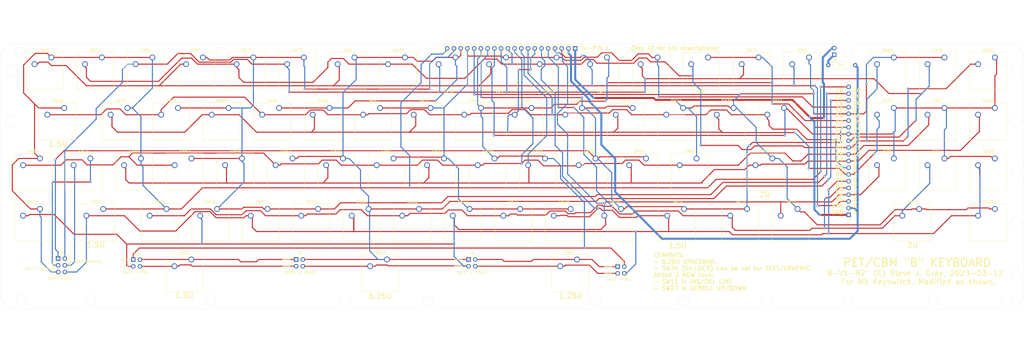
<source format=kicad_pcb>
(kicad_pcb (version 20221018) (generator pcbnew)
  (title_block (title "PET/CBM MX Keyboard") (date "2023-03-12") (rev "B-V1-R2") (company "Steve J. Gray"))
  (layers (0 "F.Cu" signal) (31 "B.Cu" signal) (34 "B.Paste" user) (35 "F.Paste" user) (36 "B.SilkS" user "B.Silkscreen") (37 "F.SilkS" user "F.Silkscreen") (38 "B.Mask" user) (39 "F.Mask" user) (44 "Edge.Cuts" user))
  (net 0 "")
  (net 1 "C1")
  (net 2 "R1")
  (net 3 "C2")
  (net 4 "C3")
  (net 5 "C4")
  (net 6 "C5")
  (net 7 "C6")
  (net 8 "C7")
  (net 9 "C8")
  (net 10 "R2")
  (net 11 "R3")
  (net 12 "R4")
  (net 13 "R5")
  (net 14 "R6")
  (net 15 "R7")
  (net 16 "R8")
  (net 17 "R9")
  (net 18 "R10")
  (net 19 "5V")
  (net 20 "GND")
  (net 21 "Net-(J3-Pad1)")
  (net 22 "XR1")
  (net 23 "XC1")
  (net 24 "XR3")
  (net 25 "XC3")
  (net 26 "XR2")
  (net 27 "XC2")
  (footprint "Button_Switch_Keyboard:SW_Cherry_MX_1.50u_PCB" (layer "F.Cu") (at 89.0905 124.206)
    (fp_text reference "SW11")
    (fp_text value "NC $15")
  )
  (footprint "Button_Switch_Keyboard:SW_Cherry_MX_1.25u_PCB" (layer "F.Cu") (at 234.569 124.206)
    (fp_text reference "SW27")
    (fp_text value "NC $19")
  )
  (footprint "Button_Switch_Keyboard:SW_Cherry_MX_1.00u_PCB" (layer "F.Cu") (at 51.054 86.106)
    (fp_text reference "SW74")
    (fp_text value "NC $0E")
  )
  (footprint "Connector_PinHeader_2.54mm:PinHeader_1x20_P2.54mm_Vertical" (layer "F.Cu") (at 233.8832 44.6024 -90)
    (fp_text reference "J1")
    (fp_text value "Conn_01x20")
  )
  (footprint "Button_Switch_Keyboard:SW_Cherry_MX_1.00u_PCB" (layer "F.Cu") (at 264.922 48.006)
    (fp_text reference "SW77")
    (fp_text value "\"-\"")
  )
  (footprint "Button_Switch_Keyboard:SW_Cherry_MX_1.00u_PCB" (layer "F.Cu") (at 373.126 48.006)
    (fp_text reference "SW76")
    (fp_text value "\"KP 8\"")
  )
  (footprint "Button_Switch_Keyboard:SW_Cherry_MX_1.00u_PCB" (layer "F.Cu") (at 303.022 48.006)
    (fp_text reference "SW75")
    (fp_text value "RIGHT")
  )
  (footprint "Button_Switch_Keyboard:SW_Cherry_MX_1.00u_PCB" (layer "F.Cu") (at 74.422 48.006)
    (fp_text reference "SW80")
    (fp_text value "\"2\"")
  )
  (footprint "Button_Switch_Keyboard:SW_Cherry_MX_1.00u_PCB" (layer "F.Cu") (at 131.572 48.006)
    (fp_text reference "SW79")
    (fp_text value "\"5\"")
  )
  (footprint "Button_Switch_Keyboard:SW_Cherry_MX_1.00u_PCB" (layer "F.Cu") (at 392.176 105.156)
    (fp_text reference "SW28")
    (fp_text value "\"KP .\"")
  )
  (footprint "Button_Switch_Keyboard:SW_Cherry_MX_1.00u_PCB" (layer "F.Cu") (at 392.176 86.106)
    (fp_text reference "SW25")
    (fp_text value "\"KP 3\"")
  )
  (footprint "Button_Switch_Keyboard:SW_Cherry_MX_1.00u_PCB" (layer "F.Cu") (at 293.624 67.056)
    (fp_text reference "SW36")
    (fp_text value "DOWN")
  )
  (footprint "Button_Switch_Keyboard:SW_Cherry_MX_1.00u_PCB" (layer "F.Cu") (at 141.224 67.056)
    (fp_text reference "SW38")
    (fp_text value "\"T\"")
  )
  (footprint "Button_Switch_Keyboard:SW_Cherry_MX_1.00u_PCB" (layer "F.Cu") (at 179.324 67.056)
    (fp_text reference "SW37")
    (fp_text value "\"U\"")
  )
  (footprint "Button_Switch_Keyboard:SW_Cherry_MX_1.00u_PCB" (layer "F.Cu") (at 255.524 67.056)
    (fp_text reference "SW34")
    (fp_text value "\"[\"")
  )
  (footprint "Button_Switch_Keyboard:SW_Cherry_MX_1.00u_PCB" (layer "F.Cu") (at 354.076 67.056)
    (fp_text reference "SW33")
    (fp_text value "\"KP 4\"")
  )
  (footprint "Button_Switch_Keyboard:SW_Cherry_MX_1.50u_PCB" (layer "F.Cu") (at 55.88 105.156)
    (fp_text reference "SW32")
    (fp_text value "L SHIFT")
  )
  (footprint "Button_Switch_Keyboard:SW_Cherry_MX_1.00u_PCB" (layer "F.Cu") (at 93.472 48.006)
    (fp_text reference "SW7")
    (fp_text value "\"3\"")
  )
  (footprint "Button_Switch_Keyboard:SW_Cherry_MX_1.00u_PCB" (layer "F.Cu") (at 150.622 48.006)
    (fp_text reference "SW6")
    (fp_text value "\"6\"")
  )
  (footprint "Button_Switch_Keyboard:SW_Cherry_MX_1.00u_PCB" (layer "F.Cu") (at 322.072 48.006)
    (fp_text reference "SW4")
    (fp_text value "STOP")
  )
  (footprint "Button_Switch_Keyboard:SW_Cherry_MX_1.00u_PCB" (layer "F.Cu") (at 36.322 48.006)
    (fp_text reference "SW8")
    (fp_text value "B ARROW")
  )
  (footprint "Button_Switch_Keyboard:SW_Cherry_MX_1.00u_PCB" (layer "F.Cu") (at 354.076 86.106)
    (fp_text reference "SW9")
    (fp_text value "\"KP 1\"")
  )
  (footprint "Button_Switch_Keyboard:SW_Cherry_MX_1.00u_PCB" (layer "F.Cu") (at 245.872 48.006)
    (fp_text reference "SW3")
    (fp_text value "\":\"")
  )
  (footprint "Button_Switch_Keyboard:SW_Cherry_MX_1.00u_PCB" (layer "F.Cu") (at 279.654 86.106)
    (fp_text reference "SW60")
    (fp_text value "\"]\"")
  )
  (footprint "Button_Switch_Keyboard:SW_Cherry_MX_1.00u_PCB" (layer "F.Cu") (at 283.972 48.006)
    (fp_text reference "SW67")
    (fp_text value "U ARROW")
  )
  (footprint "Button_Switch_Keyboard:SW_Cherry_MX_1.00u_PCB" (layer "F.Cu") (at 203.454 86.106)
    (fp_text reference "SW59")
    (fp_text value "\"K\"")
  )
  (footprint "Button_Switch_Keyboard:SW_Cherry_MX_1.00u_PCB" (layer "F.Cu") (at 226.822 48.006)
    (fp_text reference "SW69")
    (fp_text value "\"0\"")
  )
  (footprint "Button_Switch_Keyboard:SW_Cherry_MX_1.00u_PCB" (layer "F.Cu") (at 354.076 48.006)
    (fp_text reference "SW68")
    (fp_text value "\"KP 7\"")
  )
  (footprint "Button_Switch_Keyboard:SW_Cherry_MX_1.00u_PCB" (layer "F.Cu") (at 165.354 86.106)
    (fp_text reference "SW61")
    (fp_text value "\"H\"")
  )
  (footprint "Button_Switch_Keyboard:SW_Cherry_MX_1.00u_PCB" (layer "F.Cu") (at 55.372 48.006)
    (fp_text reference "SW72")
    (fp_text value "\"1\"")
  )
  (footprint "Button_Switch_Keyboard:SW_Cherry_MX_1.00u_PCB" (layer "F.Cu") (at 32.004 86.106)
    (fp_text reference "SW64")
    (fp_text value "ESC")
  )
  (footprint "Button_Switch_Keyboard:SW_Cherry_MX_1.00u_PCB" (layer "F.Cu") (at 241.554 86.106)
    (fp_text reference "SW58")
    (fp_text value "\";\"")
  )
  (footprint "Button_Switch_Keyboard:SW_Cherry_MX_1.00u_PCB" (layer "F.Cu") (at 112.522 48.006)
    (fp_text reference "SW71")
    (fp_text value "\"4\"")
  )
  (footprint "Button_Switch_Keyboard:SW_Cherry_MX_1.00u_PCB" (layer "F.Cu") (at 169.672 48.006)
    (fp_text reference "SW70")
    (fp_text value "\"7\"")
  )
  (footprint "Button_Switch_Keyboard:SW_Cherry_MX_1.00u_PCB" (layer "F.Cu") (at 373.126 67.056)
    (fp_text reference "SW57")
    (fp_text value "\"KP 5\"")
  )
  (footprint "Button_Switch_Keyboard:SW_Cherry_MX_1.00u_PCB" (layer "F.Cu") (at 127.254 86.106)
    (fp_text reference "SW62")
    (fp_text value "\"F\"")
  )
  (footprint "Button_Switch_Keyboard:SW_Cherry_MX_1.00u_PCB" (layer "F.Cu") (at 392.176 48.006)
    (fp_text reference "SW65")
    (fp_text value "\"KP 9\"")
  )
  (footprint "Button_Switch_Keyboard:SW_Cherry_MX_1.00u_PCB" (layer "F.Cu") (at 89.154 86.106)
    (fp_text reference "SW63")
    (fp_text value "\"S\"")
  )
  (footprint "Button_Switch_Keyboard:SW_Cherry_MX_1.00u_PCB" (layer "F.Cu") (at 146.304 86.106)
    (fp_text reference "SW54")
    (fp_text value "\"G\"")
  )
  (footprint "Button_Switch_Keyboard:SW_Cherry_MX_1.00u_PCB" (layer "F.Cu") (at 108.204 86.106)
    (fp_text reference "SW55")
    (fp_text value "\"D\"")
  )
  (footprint "Button_Switch_Keyboard:SW_Cherry_MX_1.00u_PCB" (layer "F.Cu") (at 222.504 86.106)
    (fp_text reference "SW51")
    (fp_text value "\"L\"")
  )
  (footprint "Button_Switch_Keyboard:SW_Cherry_MX_1.00u_PCB" (layer "F.Cu") (at 160.274 67.056)
    (fp_text reference "SW45")
    (fp_text value "\"Y\"")
  )
  (footprint "Button_Switch_Keyboard:SW_Cherry_MX_1.00u_PCB" (layer "F.Cu") (at 84.074 67.056)
    (fp_text reference "SW47")
    (fp_text value "\"W\"")
  )
  (footprint "Button_Switch_Keyboard:SW_Cherry_MX_1.00u_PCB" (layer "F.Cu") (at 65.024 67.056)
    (fp_text reference "SW40")
    (fp_text value "\"Q\"")
  )
  (footprint "Button_Switch_Keyboard:SW_Cherry_MX_1.00u_PCB" (layer "F.Cu") (at 274.574 67.056)
    (fp_text reference "SW44")
    (fp_text value "\"\\\"")
  )
  (footprint "Button_Switch_Keyboard:SW_Cherry_MX_1.00u_PCB" (layer "F.Cu") (at 312.674 67.056)
    (fp_text reference "SW41")
    (fp_text value "DEL")
  )
  (footprint "Button_Switch_Keyboard:SW_Cherry_MX_1.00u_PCB" (layer "F.Cu") (at 103.124 67.056)
    (fp_text reference "SW39")
    (fp_text value "\"E\"")
  )
  (footprint "Button_Switch_Keyboard:SW_Cherry_MX_1.00u_PCB" (layer "F.Cu") (at 184.404 86.106)
    (fp_text reference "SW53")
    (fp_text value "\"J\"")
  )
  (footprint "Button_Switch_Keyboard:SW_Cherry_MX_1.00u_PCB" (layer "F.Cu") (at 198.374 67.056)
    (fp_text reference "SW43")
    (fp_text value "\"I\"")
  )
  (footprint "Button_Switch_Keyboard:SW_Cherry_MX_1.00u_PCB" (layer "F.Cu") (at 122.174 67.056)
    (fp_text reference "SW46")
    (fp_text value "\"R\"")
  )
  (footprint "Button_Switch_Keyboard:SW_Cherry_MX_1.00u_PCB" (layer "F.Cu") (at 392.176 67.056)
    (fp_text reference "SW49")
    (fp_text value "\"KP 6\"")
  )
  (footprint "Button_Switch_Keyboard:SW_Cherry_MX_1.50u_PCB" (layer "F.Cu") (at 41.148 67.056)
    (fp_text reference "SW48")
    (fp_text value "TAB")
  )
  (footprint "Button_Switch_Keyboard:SW_Cherry_MX_2.00u_PCB" (layer "F.Cu") (at 308.229 86.106)
    (fp_text reference "SW52")
    (fp_text value "RETURN")
  )
  (footprint "Button_Switch_Keyboard:SW_Cherry_MX_1.00u_PCB" (layer "F.Cu") (at 260.604 86.106)
    (fp_text reference "SW50")
    (fp_text value "\"@\"")
  )
  (footprint "Button_Switch_Keyboard:SW_Cherry_MX_1.00u_PCB" (layer "F.Cu") (at 373.126 86.106)
    (fp_text reference "SW17")
    (fp_text value "\"KP 2\"")
  )
  (footprint "Button_Switch_Keyboard:SW_Cherry_MX_2.00u_PCB" (layer "F.Cu") (at 363.601 105.156)
    (fp_text reference "SW20")
    (fp_text value "\"0\"")
  )
  (footprint "Button_Switch_Keyboard:SW_Cherry_MX_1.00u_PCB" (layer "F.Cu") (at 32.004 105.156)
    (fp_text reference "SW16")
    (fp_text value "RVS")
  )
  (footprint "Button_Switch_Keyboard:SW_Cherry_MX_1.00u_PCB" (layer "F.Cu") (at 207.772 48.006)
    (fp_text reference "SW5")
    (fp_text value "\"9\"")
  )
  (footprint "Button_Switch_Keyboard:SW_Cherry_MX_1.50u_PCB" (layer "F.Cu") (at 274.955 105.156)
    (fp_text reference "SW26")
    (fp_text value "R SHIFT")
  )
  (footprint "Button_Switch_Keyboard:SW_Cherry_MX_1.00u_PCB" (layer "F.Cu") (at 317.754 105.156)
    (fp_text reference "SW12")
    (fp_text value "HOME")
  )
  (footprint "Button_Switch_Keyboard:SW_Cherry_MX_1.00u_PCB" (layer "F.Cu") (at 298.704 105.156)
    (fp_text reference "SW18")
    (fp_text value "RPT")
  )
  (footprint "Button_Switch_Keyboard:SW_Cherry_MX_1.00u_PCB" (layer "F.Cu") (at 70.104 86.106)
    (fp_text reference "SW56")
    (fp_text value "\"A\"")
  )
  (footprint "Button_Switch_Keyboard:SW_Cherry_MX_1.00u_PCB" (layer "F.Cu") (at 155.956 105.156)
    (fp_text reference "SW30")
    (fp_text value "\"B\"")
  )
  (footprint "Button_Switch_Keyboard:SW_Cherry_MX_1.00u_PCB" (layer "F.Cu") (at 175.006 105.156)
    (fp_text reference "SW22")
    (fp_text value "\"N\"")
  )
  (footprint "Button_Switch_Keyboard:SW_Cherry_MX_1.00u_PCB" (layer "F.Cu") (at 136.906 105.156)
    (fp_text reference "SW23")
    (fp_text value "\"V\"")
  )
  (footprint "Button_Switch_Keyboard:SW_Cherry_MX_1.00u_PCB" (layer "F.Cu") (at 117.856 105.156)
    (fp_text reference "SW31")
    (fp_text value "\"C\"")
  )
  (footprint "Button_Switch_Keyboard:SW_Cherry_MX_1.00u_PCB" (layer "F.Cu") (at 232.156 105.156)
    (fp_text reference "SW29")
    (fp_text value "\".\"")
  )
  (footprint "Button_Switch_Keyboard:SW_Cherry_MX_1.00u_PCB" (layer "F.Cu") (at 213.106 105.156)
    (fp_text reference "SW21")
    (fp_text value "\",\"")
  )
  (footprint "Button_Switch_Keyboard:SW_Cherry_MX_1.00u_PCB" (layer "F.Cu") (at 79.756 105.156)
    (fp_text reference "SW24")
    (fp_text value "\"Z\"")
  )
  (footprint "Button_Switch_Keyboard:SW_Cherry_MX_1.00u_PCB" (layer "F.Cu") (at 251.206 105.156)
    (fp_text reference "SW10")
    (fp_text value "\"/\"")
  )
  (footprint "Button_Switch_Keyboard:SW_Cherry_MX_1.00u_PCB" (layer "F.Cu") (at 98.806 105.156)
    (fp_text reference "SW15")
    (fp_text value "\"X\"")
  )
  (footprint "Button_Switch_Keyboard:SW_Cherry_MX_1.00u_PCB" (layer "F.Cu") (at 194.056 105.156)
    (fp_text reference "SW13")
    (fp_text value "\"M\"")
  )
  (footprint "Button_Switch_Keyboard:SW_Cherry_MX_1.00u_PCB" (layer "F.Cu") (at 236.474 67.056)
    (fp_text reference "SW42")
    (fp_text value "\"P\"")
  )
  (footprint "Button_Switch_Keyboard:SW_Cherry_MX_1.00u_PCB" (layer "F.Cu") (at 217.424 67.056)
    (fp_text reference "SW35")
    (fp_text value "\"O\"")
  )
  (footprint "Connector_PinHeader_2.54mm:PinHeader_1x20_P2.54mm_Vertical" (layer "F.Cu") (at 336.9945 107.3785 180)
    (fp_text reference "J2")
    (fp_text value "Conn_01x20")
  )
  (footprint "Button_Switch_Keyboard:SW_Cherry_MX_1.00u_PCB" (layer "F.Cu") (at 188.722 48.006)
    (fp_text reference "SW78")
    (fp_text value "\"8\"")
  )
  (footprint "Connector_PinHeader_2.54mm:PinHeader_1x02_P2.54mm_Vertical" (layer "F.Cu") (at 331.5716 46.99 180)
    (fp_text reference "J3")
    (fp_text value "POWER LED")
  )
  (footprint "Connector_PinHeader_2.54mm:PinHeader_2x03_P2.54mm_Vertical" (layer "F.Cu") (at 38.862 123.8504)
    (fp_text reference "J4")
    (fp_text value "Conn_02x03_Odd_Even")
  )
  (footprint "Connector_PinHeader_2.54mm:PinHeader_2x02_P2.54mm_Vertical" (layer "F.Cu") (at 128.6256 124.206)
    (fp_text reference "J5")
    (fp_text value "SPACE1")
  )
  (footprint "Connector_PinHeader_2.54mm:PinHeader_2x02_P2.54mm_Vertical" (layer "F.Cu") (at 193.6496 124.206)
    (fp_text reference "J6")
    (fp_text value "SPACE2")
  )
  (footprint "Connector_PinHeader_2.54mm:PinHeader_2x02_P2.54mm_Vertical" (layer "F.Cu") (at 67.2084 124.2568)
    (fp_text reference "J11")
    (fp_text value "Conn_02x02_Odd_Even")
  )
  (footprint "Resistor_THT:R_Axial_DIN0207_L6.3mm_D2.5mm_P10.16mm_Horizontal" (layer "F.Cu") (at 329.3364 50.9016)
    (fp_text reference "R1")
    (fp_text value "R")
  )
  (footprint "Connector_PinHeader_2.54mm:PinHeader_2x02_P2.54mm_Vertical" (layer "F.Cu") (at 249.8852 126.8984)
    (fp_text reference "J27")
    (fp_text value "Conn_02x02_Odd_Even")
  )
  (footprint "Button_Switch_Keyboard:SW_Cherry_MX_6.25u_PCB" (layer "F.Cu") (at 162.8775 124.206)
    (fp_text reference "SW14")
    (fp_text value "SPACE")
  )
  (gr_line (start 36.8808 125.3236) (end 36.8808 130.048) (stroke (width 0.3)) (layer "F.SilkS"))
  (gr_line (start 35.6616 127.6604) (end 36.8808 127.6604) (stroke (width 0.3)) (layer "F.SilkS"))
  (gr_line (start 247.8024 129.4892) (end 244.9576 129.4892) (stroke (width 0.3)) (layer "F.SilkS"))
  (gr_line (start 43.3832 125.1204) (end 44.6024 125.1204) (stroke (width 0.3)) (layer "F.SilkS"))
  (gr_line (start 65.1764 126.7968) (end 62.3316 126.7968) (stroke (width 0.3)) (layer "F.SilkS"))
  (gr_line (start 44.6024 125.1204) (end 44.1452 125.1204) (stroke (width 0.12)) (layer "F.SilkS"))
  (gr_line (start 126.3396 124.206) (end 123.4948 124.206) (stroke (width 0.3)) (layer "F.SilkS"))
  (gr_line (start 126.4412 126.746) (end 123.5964 126.746) (stroke (width 0.3)) (layer "F.SilkS"))
  (gr_line (start 191.2112 126.5936) (end 188.3664 126.5936) (stroke (width 0.3)) (layer "F.SilkS"))
  (gr_line (start 247.8024 126.8984) (end 244.9576 126.8984) (stroke (width 0.3)) (layer "F.SilkS"))
  (gr_line (start 43.3832 122.5296) (end 43.3832 127.254) (stroke (width 0.3)) (layer "F.SilkS"))
  (gr_line (start 191.3128 124.206) (end 188.468 124.206) (stroke (width 0.3)) (layer "F.SilkS"))
  (gr_line (start 65.1764 124.3076) (end 62.3316 124.3076) (stroke (width 0.3)) (layer "F.SilkS"))
  (gr_arc (start 403.098 136.9568) (mid 401.386918 141.087718) (end 397.256 142.7988) (stroke (width 0.05)) (layer "Edge.Cuts"))
  (gr_arc (start 22.86 142.7988) (mid 18.729082 141.087718) (end 17.018 136.9568) (stroke (width 0.05)) (layer "Edge.Cuts"))
  (gr_arc (start 17.018 48.6156) (mid 18.729082 44.484682) (end 22.86 42.7736) (stroke (width 0.05)) (layer "Edge.Cuts"))
  (gr_line (start 397.256 142.7988) (end 22.86 142.7988) (stroke (width 0.05)) (layer "Edge.Cuts"))
  (gr_line (start 17.018 136.9568) (end 17.018 48.6156) (stroke (width 0.05)) (layer "Edge.Cuts"))
  (gr_line (start 22.86 42.7736) (end 397.256 42.7736) (stroke (width 0.05)) (layer "Edge.Cuts"))
  (gr_circle (center 400.1008 72.136) (end 401.828 73.2028) (stroke (width 0.05)) (fill none) (layer "Edge.Cuts"))
  (gr_circle (center 400.1008 91.2368) (end 401.828 92.3036) (stroke (width 0.05)) (fill none) (layer "Edge.Cuts"))
  (gr_circle (center 400.1008 110.236) (end 401.828 111.3028) (stroke (width 0.05)) (fill none) (layer "Edge.Cuts"))
  (gr_circle (center 399.9484 129.8448) (end 401.6756 130.9116) (stroke (width 0.05)) (fill none) (layer "Edge.Cuts"))
  (gr_circle (center 336.8548 46.1264) (end 338.582 47.1932) (stroke (width 0.05)) (fill none) (layer "Edge.Cuts"))
  (gr_circle (center 100.5332 46.1264) (end 102.2604 47.1932) (stroke (width 0.05)) (fill none) (layer "Edge.Cuts"))
  (gr_circle (center 21.2344 53.1876) (end 22.9616 54.2544) (stroke (width 0.05)) (fill none) (layer "Edge.Cuts"))
  (gr_circle (center 21.1836 72.136) (end 22.9108 73.2028) (stroke (width 0.05)) (fill none) (layer "Edge.Cuts"))
  (gr_circle (center 24.9428 139.7) (end 26.67 140.7668) (stroke (width 0.05)) (fill none) (layer "Edge.Cuts"))
  (gr_circle (center 51.054 139.8016) (end 52.7812 140.8684) (stroke (width 0.05)) (fill none) (layer "Edge.Cuts"))
  (gr_circle (center 178.4096 139.8524) (end 180.1368 140.9192) (stroke (width 0.05)) (fill none) (layer "Edge.Cuts"))
  (gr_circle (center 306.07 139.8016) (end 307.7972 140.8684) (stroke (width 0.05)) (fill none) (layer "Edge.Cuts"))
  (gr_circle (center 369.062 139.8016) (end 370.7892 140.8684) (stroke (width 0.05)) (fill none) (layer "Edge.Cuts"))
  (gr_circle (center 241.554 139.8016) (end 243.2812 140.8684) (stroke (width 0.05)) (fill none) (layer "Edge.Cuts"))
  (gr_circle (center 336.9056 139.7508) (end 338.6328 140.8176) (stroke (width 0.05)) (fill none) (layer "Edge.Cuts"))
  (gr_circle (center 274.6756 139.8524) (end 276.4028 140.9192) (stroke (width 0.05)) (fill none) (layer "Edge.Cuts"))
  (gr_circle (center 147.1676 139.8016) (end 148.8948 140.8684) (stroke (width 0.05)) (fill none) (layer "Edge.Cuts"))
  (gr_circle (center 96.471106 139.8016) (end 98.198306 140.8684) (stroke (width 0.05)) (fill none) (layer "Edge.Cuts"))
  (gr_circle (center 24.5872 46.1264) (end 26.3144 47.1932) (stroke (width 0.05)) (fill none) (layer "Edge.Cuts"))
  (gr_circle (center 176.6824 46.073694) (end 178.4096 47.140494) (stroke (width 0.05)) (fill none) (layer "Edge.Cuts"))
  (gr_circle (center 252.8316 46.276894) (end 254.5588 47.343694) (stroke (width 0.05)) (fill none) (layer "Edge.Cuts"))
  (gr_circle (center 396.6464 139.8016) (end 398.3736 140.8684) (stroke (width 0.05)) (fill none) (layer "Edge.Cuts"))
  (gr_circle (center 400.102706 53.1368) (end 401.829906 54.2036) (stroke (width 0.05)) (fill none) (layer "Edge.Cuts"))
  (gr_arc (start 397.256 42.7736) (mid 401.386918 44.484682) (end 403.098 48.6156) (stroke (width 0.05)) (layer "Edge.Cuts"))
  (gr_line (start 403.098 48.6156) (end 403.098 123.5456) (stroke (width 0.05)) (layer "Edge.Cuts"))
  (gr_line (start 403.098 136.9568) (end 403.098 123.5456) (stroke (width 0.05)) (layer "Edge.Cuts"))
  (gr_text "6.25U" (at 160.3756 138.0236) (layer "F.SilkS") (effects (font (size 2 2) (thickness 0.3))))
  (gr_text "1.25U" (at 232.2068 137.922) (layer "F.SilkS") (effects (font (size 2 2) (thickness 0.3))))
  (gr_text "1.5U" (at 86.5124 137.668) (layer "F.SilkS") (effects (font (size 2 2) (thickness 0.3))))
  (gr_text "1.5U" (at 272.5928 118.9736) (layer "F.SilkS") (effects (font (size 2 2) (thickness 0.3))))
  (gr_text "1.5U" (at 53.1368 118.618) (layer "F.SilkS") (effects (font (size 2 2) (thickness 0.3))))
  (gr_text "1.5U" (at 38.9128 80.7212) (layer "F.SilkS") (effects (font (size 2 2) (thickness 0.3))))
  (gr_text "{dblquote}B-V1-R2{dblquote} (C) Steve J. Gray, 2023-03-12" (at 361.3404 129.3876) (layer "F.SilkS") (effects (font (size 2 2) (thickness 0.3))))
  (gr_text "2U" (at 305.5112 99.7712) (layer "F.SilkS") (effects (font (size 2 2) (thickness 0.3))))
  (gr_text "2U" (at 361.1372 118.872) (layer "F.SilkS") (effects (font (size 2 2) (thickness 0.3))))
  (gr_text "C8\nC7\nC6\nC5\nC4\nC3\nC2\nC1\nR10\nR9\nR8\nR7\nR6\nR5\nR4\nR3\nR2\nR1\n+5V\nGND" (at 335.1784 83.3628) (layer "F.SilkS") (effects (font (size 1.5 1.5) (thickness 0.3)) (justify right)))
  (gr_text "20\n19\n18\n17\n16\n15\n14\n13\n12\n11\n10\n9\n8\n7\n6\n5\n4\n3\n2\n1" (at 338.4804 83.3628) (layer "F.SilkS") (effects (font (size 1.5 1.5) (thickness 0.3)) (justify left)))
  (gr_text "<-PIN 1       (See J2 for pin descriptions)" (at 236.5756 44.45) (layer "F.SilkS") (effects (font (size 1.5 1.5) (thickness 0.3)) (justify left)))
  (gr_text "SW11 = SPACE" (at 124.4092 129.0828) (layer "F.SilkS") (effects (font (size 1 1)) (justify left)))
  (gr_text "SW27 = SPACE" (at 189.1792 129.1336) (layer "F.SilkS") (effects (font (size 1 1)) (justify left)))
  (gr_text "SW27 = PRG" (at 245.364 131.826) (layer "F.SilkS") (effects (font (size 1 1)) (justify left)))
  (gr_text "SW11 = PRG" (at 62.9412 129.0828) (layer "F.SilkS") (effects (font (size 1 1)) (justify left)))
  (gr_text "SHIFT-LOCK" (at 26.3144 127.7112) (layer "F.SilkS") (effects (font (size 1 1)) (justify left)))
  (gr_text "SHIFT-LOCK" (at 34.8488 131.4196) (layer "F.SilkS") (effects (font (size 1 1)) (justify left)))
  (gr_text "CHANGES:\n- 6.25U SPACEBAR.\n- SW74 (SH.LOCK) can be set for TEXT/GRAPHIC\nAdded 2 NEW keys:\n- SW11 is INS/DEL LINE\n- SW27 is SCROLL UP/DOWN\n" (at 263.2456 128.778) (layer "F.SilkS") (effects (font (size 1.56 1.56) (thickness 0.3)) (justify left)))
  (gr_text "For MX Keyswitch. Modified as shown." (at 363.22 132.588) (layer "F.SilkS") (effects (font (size 2 2) (thickness 0.3))))
  (gr_text "PET/CBM \"B\" KEYBOARD" (at 362.8644 125.3744) (layer "F.SilkS") (effects (font (size 3 3) (thickness 0.45))))
  (gr_text "TEXT/GRAPHIC" (at 44.7548 125.0696) (layer "F.SilkS") (effects (font (size 1 1)) (justify left)))
  (segment (start 391.414 86.106) (end 390.652 85.344) (width 0.4) (layer "F.Cu") (net 1))
  (segment (start 390.652 85.344) (end 375.412 85.344) (width 0.4) (layer "F.Cu") (net 1))
  (segment (start 375.412 85.344) (end 374.65 86.106) (width 0.4) (layer "F.Cu") (net 1))
  (segment (start 374.65 86.106) (end 373.126 86.106) (width 0.4) (layer "F.Cu") (net 1))
  (segment (start 353.3775 76.8985) (end 354.076 76.2) (width 0.4) (layer "F.Cu") (net 1))
  (segment (start 313.5376 67.056) (end 312.674 67.056) (width 0.4) (layer "F.Cu") (net 1))
  (segment (start 392.176 67.056) (end 392.176 54.864) (width 0.4) (layer "F.Cu") (net 1))
  (segment (start 392.176 86.106) (end 391.414 86.106) (width 0.4) (layer "F.Cu") (net 1))
  (segment (start 354.076 67.056) (end 373.126 67.056) (width 0.4) (layer "F.Cu") (net 1))
  (segment (start 336.9945 76.8985) (end 353.3775 76.8985) (width 0.4) (layer "F.Cu") (net 1))
  (segment (start 323.3801 76.8985) (end 313.5376 67.056) (width 0.4) (layer "F.Cu") (net 1))
  (segment (start 392.811 54.229) (end 392.811 48.641) (width 0.4) (layer "F.Cu") (net 1))
  (segment (start 203.3016 77.4192) (end 312.9788 77.4192) (width 0.4) (layer "F.Cu") (net 1))
  (segment (start 392.811 48.641) (end 392.176 48.006) (width 0.4) (layer "F.Cu") (net 1))
  (segment (start 336.9945 76.8985) (end 323.3801 76.8985) (width 0.4) (layer "F.Cu") (net 1))
  (segment (start 373.126 67.056) (end 392.176 67.056) (width 0.4) (layer "F.Cu") (net 1))
  (segment (start 392.176 54.864) (end 392.811 54.229) (width 0.4) (layer "F.Cu") (net 1))
  (via (at 354.076 76.2) (size 0.8) (drill 0.4) (layers "F.Cu" "B.Cu") (net 1))
  (via (at 203.3016 77.4192) (size 0.8) (drill 0.4) (layers "F.Cu" "B.Cu") (net 1))
  (via (at 312.9788 77.4192) (size 0.8) (drill 0.4) (layers "F.Cu" "B.Cu") (net 1))
  (segment (start 373.126 75.311) (end 373.888 74.549) (width 0.4) (layer "B.Cu") (net 1))
  (segment (start 373.126 86.106) (end 373.126 75.311) (width 0.4) (layer "B.Cu") (net 1))
  (segment (start 202.4888 64.3128) (end 203.3016 65.1256) (width 0.4) (layer "B.Cu") (net 1))
  (segment (start 354.076 76.2) (end 354.584 75.692) (width 0.4) (layer "B.Cu") (net 1))
  (segment (start 354.584 67.564) (end 354.076 67.056) (width 0.4) (layer "B.Cu") (net 1))
  (segment (start 373.888 74.549) (end 373.888 67.818) (width 0.4) (layer "B.Cu") (net 1))
  (segment (start 202.4888 51.9684) (end 202.4888 64.0588) (width 0.4) (layer "B.Cu") (net 1))
  (segment (start 203.4032 44.6024) (end 203.4032 51.054) (width 0.4) (layer "B.Cu") (net 1))
  (segment (start 203.3016 65.1256) (end 203.3016 77.4192) (width 0.4) (layer "B.Cu") (net 1))
  (segment (start 203.4032 51.054) (end 202.4888 51.9684) (width 0.4) (layer "B.Cu") (net 1))
  (segment (start 312.9788 77.4192) (end 312.9788 67.3608) (width 0.4) (layer "B.Cu") (net 1))
  (segment (start 354.584 75.692) (end 354.584 67.564) (width 0.4) (layer "B.Cu") (net 1))
  (segment (start 373.888 67.818) (end 373.126 67.056) (width 0.4) (layer "B.Cu") (net 1))
  (segment (start 202.4888 64.0588) (end 202.4888 64.3128) (width 0.4) (layer "B.Cu") (net 1))
  (segment (start 354.076 86.106) (end 354.076 76.2) (width 0.4) (layer "B.Cu") (net 1))
  (segment (start 312.9788 67.3608) (end 312.674 67.056) (width 0.4) (layer "B.Cu") (net 1))
  (segment (start 202.057 51.181) (end 201.422 50.546) (width 0.4) (layer "F.Cu") (net 2))
  (segment (start 240.284 58.674) (end 243.8908 58.674) (width 0.4) (layer "F.Cu") (net 2))
  (segment (start 30.988 50.546) (end 31.75 49.784) (width 0.4) (layer "F.Cu") (net 2))
  (segment (start 333.9211 102.2985) (end 332.3336 103.886) (width 0.4) (layer "F.Cu") (net 2))
  (segment (start 35.052 49.784) (end 36.322 51.054) (width 0.4) (layer "F.Cu") (net 2))
  (segment (start 332.3336 103.886) (end 325.2724 103.886) (width 0.4) (layer "F.Cu") (net 2))
  (segment (start 142.748 58.674) (end 197.612 58.674) (width 0.4) (layer "F.Cu") (net 2))
  (segment (start 202.057 54.229) (end 202.057 51.181) (width 0.4) (layer "F.Cu") (net 2))
  (segment (start 85.09 50.546) (end 87.122 50.546) (width 0.4) (layer "F.Cu") (net 2))
  (segment (start 197.612 58.674) (end 202.057 54.229) (width 0.4) (layer "F.Cu") (net 2))
  (segment (start 324.2564 58.674) (end 324.25005 58.66765) (width 0.4) (layer "F.Cu") (net 2))
  (segment (start 49.53 58.674) (end 76.962 58.674) (width 0.4) (layer "F.Cu") (net 2))
  (segment (start 76.962 58.674) (end 142.748 58.674) (width 0.4) (layer "F.Cu") (net 2))
  (segment (start 336.9945 102.2985) (end 333.9211 102.2985) (width 0.4) (layer "F.Cu") (net 2))
  (segment (start 235.7628 48.006) (end 236.474 47.2948) (width 0.4) (layer "F.Cu") (net 2))
  (segment (start 142.748 58.674) (end 144.907 56.515) (width 0.4) (layer "F.Cu") (net 2))
  (segment (start 144.907 56.515) (end 144.907 51.181) (width 0.4) (layer "F.Cu") (net 2))
  (segment (start 230.1748 48.006) (end 235.7628 48.006) (width 0.4) (layer "F.Cu") (net 2))
  (segment (start 36.322 51.054) (end 41.91 51.054) (width 0.4) (layer "F.Cu") (net 2))
  (segment (start 243.8908 58.674) (end 243.89715 58.66765) (width 0.4) (layer "F.Cu") (net 2))
  (segment (start 31.75 49.784) (end 35.052 49.784) (width 0.4) (layer "F.Cu") (net 2))
  (segment (start 76.962 58.674) (end 85.09 50.546) (width 0.4) (layer "F.Cu") (net 2))
  (segment (start 228.8032 44.6024) (end 228.8032 46.6344) (width 0.4) (layer "F.Cu") (net 2))
  (segment (start 41.91 51.054) (end 49.53 58.674) (width 0.4) (layer "F.Cu") (net 2))
  (segment (start 144.907 51.181) (end 144.272 50.546) (width 0.4) (layer "F.Cu") (net 2))
  (segment (start 243.89715 58.66765) (end 316.42685 58.66765) (width 0.4) (layer "F.Cu") (net 2))
  (segment (start 197.612 58.674) (end 240.284 58.674) (width 0.4) (layer "F.Cu") (net 2))
  (segment (start 228.8032 46.6344) (end 230.1748 48.006) (width 0.4) (layer "F.Cu") (net 2))
  (segment (start 324.25005 58.66765) (end 316.42685 58.66765) (width 0.4) (layer "F.Cu") (net 2))
  (segment (start 29.972 50.546) (end 30.988 50.546) (width 0.4) (layer "F.Cu") (net 2))
  (via (at 325.2724 103.886) (size 0.8) (drill 0.4) (layers "F.Cu" "B.Cu") (net 2))
  (via (at 236.474 47.2948) (size 0.8) (drill 0.4) (layers "F.Cu" "B.Cu") (net 2))
  (via (at 240.284 58.674) (size 0.8) (drill 0.4) (layers "F.Cu" "B.Cu") (net 2))
  (via (at 324.2564 58.674) (size 0.8) (drill 0.4) (layers "F.Cu" "B.Cu") (net 2))
  (via (at 316.42685 58.66765) (size 0.8) (drill 0.4) (layers "F.Cu" "B.Cu") (net 2))
  (segment (start 325.2724 95.2754) (end 325.247 95.25) (width 0.4) (layer "B.Cu") (net 2))
  (segment (start 240.284 52.6288) (end 240.284 58.674) (width 0.4) (layer "B.Cu") (net 2))
  (segment (start 237.7948 47.5488) (end 239.522 49.276) (width 0.4) (layer "B.Cu") (net 2))
  (segment (start 236.474 47.2948) (end 237.5408 47.2948) (width 0.4) (layer "B.Cu") (net 2))
  (segment (start 228.8032 44.6024) (end 228.8032 45.3136) (width 0.4) (layer "B.Cu") (net 2))
  (segment (start 239.522 51.8668) (end 240.284 52.6288) (width 0.4) (layer "B.Cu") (net 2))
  (segment (start 315.722 51.181) (end 316.4205 51.8795) (width 0.4) (layer "B.Cu") (net 2))
  (segment (start 325.2724 103.886) (end 325.2724 95.2754) (width 0.4) (layer "B.Cu") (net 2))
  (segment (start 316.4205 58.6613) (end 316.42685 58.66765) (width 0.4) (layer "B.Cu") (net 2))
  (segment (start 325.247 78.1685) (end 325.247 95.25) (width 0.4) (layer "B.Cu") (net 2))
  (segment (start 325.247 59.6646) (end 324.2564 58.674) (width 0.4) (layer "B.Cu") (net 2))
  (segment (start 315.722 50.546) (end 315.722 51.181) (width 0.4) (layer "B.Cu") (net 2))
  (segment (start 237.5408 47.2948) (end 237.7948 47.5488) (width 0.4) (layer "B.Cu") (net 2))
  (segment (start 325.247 78.1685) (end 325.247 59.6646) (width 0.4) (layer "B.Cu") (net 2))
  (segment (start 239.522 50.546) (end 239.522 51.8668) (width 0.4) (layer "B.Cu") (net 2))
  (segment (start 239.522 49.276) (end 239.522 50.546) (width 0.4) (layer "B.Cu") (net 2))
  (segment (start 316.4205 51.8795) (end 316.4205 58.6613) (width 0.4) (layer "B.Cu") (net 2))
  (segment (start 242.57 86.106) (end 243.205 85.471) (width 0.4) (layer "F.Cu") (net 3))
  (segment (start 243.205 85.471) (end 259.969 85.471) (width 0.4) (layer "F.Cu") (net 3))
  (segment (start 259.969 85.471) (end 260.604 86.106) (width 0.4) (layer "F.Cu") (net 3))
  (segment (start 254.508 67.056) (end 253.873 66.421) (width 0.4) (layer "F.Cu") (net 3))
  (segment (start 253.873 66.421) (end 245.872 66.421) (width 0.4) (layer "F.Cu") (net 3))
  (segment (start 245.872 66.421) (end 245.237 67.056) (width 0.4) (layer "F.Cu") (net 3))
  (segment (start 252.476 105.156) (end 253.365 104.267) (width 0.4) (layer "F.Cu") (net 3))
  (segment (start 253.365 104.267) (end 274.066 104.267) (width 0.4) (layer "F.Cu") (net 3))
  (segment (start 274.066 104.267) (end 274.955 105.156) (width 0.4) (layer "F.Cu") (net 3))
  (segment (start 41.148 83.185) (end 37.846 86.487) (width 0.4) (layer "F.Cu") (net 3))
  (segment (start 255.524 67.056) (end 254.508 67.056) (width 0.4) (layer "F.Cu") (net 3))
  (segment (start 299.6946 81.153) (end 300.7741 80.0735) (width 0.4) (layer "F.Cu") (net 3))
  (segment (start 300.7741 80.0735) (end 332.0161 80.0735) (width 0.4) (layer "F.Cu") (net 3))
  (segment (start 299.6565 81.153) (end 299.6946 81.153) (width 0.4) (layer "F.Cu") (net 3))
  (segment (start 336.9945 74.3585) (end 324.2945 74.3585) (width 0.4) (layer "F.Cu") (net 3))
  (segment (start 241.554 86.106) (end 242.57 86.106) (width 0.4) (layer "F.Cu") (net 3))
  (segment (start 238.633 83.185) (end 241.554 86.106) (width 0.4) (layer "F.Cu") (net 3))
  (segment (start 251.206 105.156) (end 252.476 105.156) (width 0.4) (layer "F.Cu") (net 3))
  (segment (start 198.4248 62.8396) (end 198.7296 63.1444) (width 0.4) (layer "F.Cu") (net 3))
  (segment (start 53.594 83.185) (end 238.633 83.185) (width 0.4) (layer "F.Cu") (net 3))
  (segment (start 236.474 67.056) (end 245.237 67.056) (width 0.4) (layer "F.Cu") (net 3))
  (segment (start 198.7296 63.1444) (end 236.474 63.1444) (width 0.4) (layer "F.Cu") (net 3))
  (segment (start 53.594 83.185) (end 41.148 83.185) (width 0.4) (layer "F.Cu") (net 3))
  (segment (start 274.955 105.156) (end 298.704 105.156) (width 0.4) (layer "F.Cu") (net 3))
  (segment (start 332.0161 80.0735) (end 333.9465 80.0735) (width 0.4) (layer "F.Cu") (net 3))
  (via (at 37.846 86.487) (size 0.8) (drill 0.4) (layers "F.Cu" "B.Cu") (net 3))
  (via (at 333.9465 80.0735) (size 0.8) (drill 0.4) (layers "F.Cu" "B.Cu") (net 3))
  (via (at 299.6565 81.153) (size 0.8) (drill 0.4) (layers "F.Cu" "B.Cu") (net 3))
  (via (at 198.4248 62.8396) (size 0.8) (drill 0.4) (layers "F.Cu" "B.Cu") (net 3))
  (via (at 236.474 63.1444) (size 0.8) (drill 0.4) (layers "F.Cu" "B.Cu") (net 3))
  (segment (start 37.846 86.487) (end 37.846 120.396) (width 0.4) (layer "B.Cu") (net 3))
  (segment (start 242.316 86.106) (end 247.65 91.44) (width 0.4) (layer "B.Cu") (net 3))
  (segment (start 247.65 91.44) (end 247.65 101.6) (width 0.4) (layer "B.Cu") (net 3))
  (segment (start 38.862 123.8504) (end 38.862 121.412) (width 0.4) (layer "B.Cu") (net 3))
  (segment (start 298.704 82.1055) (end 299.6565 81.153) (width 0.4) (layer "B.Cu") (net 3))
  (segment (start 236.474 63.1444) (end 236.474 67.056) (width 0.4) (layer "B.Cu") (net 3))
  (segment (start 237.744 67.056) (end 236.474 67.056) (width 0.4) (layer "B.Cu") (net 3))
  (segment (start 198.374 62.7888) (end 198.4248 62.8396) (width 0.4) (layer "B.Cu") (net 3))
  (segment (start 335.026 74.3585) (end 336.9945 74.3585) (width 0.4) (layer "B.Cu") (net 3))
  (segment (start 198.374 49.6824) (end 198.374 62.7888) (width 0.4) (layer "B.Cu") (net 3))
  (segment (start 298.704 105.156) (end 298.704 82.1055) (width 0.4) (layer "B.Cu") (net 3))
  (segment (start 200.8632 44.6024) (end 200.8632 47.1932) (width 0.4) (layer "B.Cu") (net 3))
  (segment (start 333.9465 75.438) (end 335.026 74.3585) (width 0.4) (layer "B.Cu") (net 3))
  (segment (start 241.554 70.866) (end 237.744 67.056) (width 0.4) (layer "B.Cu") (net 3))
  (segment (start 333.9465 80.0735) (end 333.9465 75.438) (width 0.4) (layer "B.Cu") (net 3))
  (segment (start 200.8632 47.1932) (end 198.374 49.6824) (width 0.4) (layer "B.Cu") (net 3))
  (segment (start 38.862 121.412) (end 37.846 120.396) (width 0.4) (layer "B.Cu") (net 3))
  (segment (start 247.65 101.6) (end 251.206 105.156) (width 0.4) (layer "B.Cu") (net 3))
  (segment (start 241.554 86.106) (end 242.316 86.106) (width 0.4) (layer "B.Cu") (net 3))
  (segment (start 241.554 86.106) (end 241.554 70.866) (width 0.4) (layer "B.Cu") (net 3))
  (segment (start 204.47 86.106) (end 205.359 85.217) (width 0.4) (layer "F.Cu") (net 4))
  (segment (start 205.359 85.217) (end 221.615 85.217) (width 0.4) (layer "F.Cu") (net 4))
  (segment (start 221.615 85.217) (end 222.504 86.106) (width 0.4) (layer "F.Cu") (net 4))
  (segment (start 203.454 86.106) (end 204.47 86.106) (width 0.4) (layer "F.Cu") (net 4))
  (segment (start 308.1655 65.405) (end 308.316499 65.555999) (width 0.4) (layer "F.Cu") (net 4))
  (segment (start 314.323599 65.555999) (end 320.5861 71.8185) (width 0.4) (layer "F.Cu") (net 4))
  (segment (start 252.4252 124.968) (end 247.3452 119.888) (width 0.4) (layer "F.Cu") (net 4))
  (segment (start 234.41025 65.69075) (end 235.585 64.516) (width 0.4) (layer "F.Cu") (net 4))
  (segment (start 252.4252 126.8984) (end 252.4252 124.968) (width 0.4) (layer "F.Cu") (net 4))
  (segment (start 67.2084 124.2568) (end 67.2084 122.174) (width 0.4) (layer "F.Cu") (net 4))
  (segment (start 67.2084 122.174) (end 69.4944 119.888) (width 0.4) (layer "F.Cu") (net 4))
  (segment (start 283.972 48.006) (end 303.022 48.006) (width 0.4) (layer "F.Cu") (net 4))
  (segment (start 247.3452 119.888) (end 237.3884 119.888) (width 0.4) (layer "F.Cu") (net 4))
  (segment (start 245.9228 57.5056) (end 308.1528 57.5056) (width 0.4) (layer "F.Cu") (net 4))
  (segment (start 320.5861 71.8185) (end 330.962 71.8185) (width 0.4) (layer "F.Cu") (net 4))
  (segment (start 308.1655 65.3415) (end 308.1655 65.405) (width 0.4) (layer "F.Cu") (net 4))
  (segment (start 226.02825 65.69075) (end 234.41025 65.69075) (width 0.4) (layer "F.Cu") (net 4))
  (segment (start 235.585 64.516) (end 245.3005 64.516) (width 0.4) (layer "F.Cu") (net 4))
  (segment (start 224.663 67.056) (end 226.02825 65.69075) (width 0.4) (layer "F.Cu") (net 4))
  (segment (start 217.424 67.056) (end 224.663 67.056) (width 0.4) (layer "F.Cu") (net 4))
  (segment (start 69.4944 119.888) (end 231.521 119.888) (width 0.4) (layer "F.Cu") (net 4))
  (segment (start 330.962 71.8185) (end 336.9945 71.8185) (width 0.4) (layer "F.Cu") (net 4))
  (segment (start 198.374 67.056) (end 217.424 67.056) (width 0.4) (layer "F.Cu") (net 4))
  (segment (start 231.521 119.888) (end 237.3884 119.888) (width 0.4) (layer "F.Cu") (net 4))
  (segment (start 308.316499 65.555999) (end 314.323599 65.555999) (width 0.4) (layer "F.Cu") (net 4))
  (via (at 245.9228 57.5056) (size 0.8) (drill 0.4) (layers "F.Cu" "B.Cu") (net 4))
  (via (at 308.1528 57.5056) (size 0.8) (drill 0.4) (layers "F.Cu" "B.Cu") (net 4))
  (via (at 245.3005 64.516) (size 0.8) (drill 0.4) (layers "F.Cu" "B.Cu") (net 4))
  (via (at 308.1655 65.3415) (size 0.8) (drill 0.4) (layers "F.Cu" "B.Cu") (net 4))
  (via (at 237.3884 119.888) (size 0.8) (drill 0.4) (layers "F.Cu" "B.Cu") (net 4))
  (segment (start 237.363 114.046) (end 237.363 113.538) (width 0.4) (layer "B.Cu") (net 4))
  (segment (start 237.363 113.538) (end 237.363 102.743) (width 0.4) (layer "B.Cu") (net 4))
  (segment (start 246.507 48.641) (end 245.872 48.006) (width 0.4) (layer "B.Cu") (net 4))
  (segment (start 198.374 67.056) (end 198.374 70.231) (width 0.4) (layer "B.Cu") (net 4))
  (segment (start 245.872 55.753) (end 246.507 55.118) (width 0.4) (layer "B.Cu") (net 4))
  (segment (start 237.363 119.8626) (end 237.3884 119.888) (width 0.4) (layer "B.Cu") (net 4))
  (segment (start 197.0532 48.6156) (end 197.0532 65.7352) (width 0.4) (layer "B.Cu") (net 4))
  (segment (start 199.009 70.866) (end 199.009 81.661) (width 0.4) (layer "B.Cu") (net 4))
  (segment (start 225.679 86.106) (end 222.504 86.106) (width 0.4) (layer "B.Cu") (net 4))
  (segment (start 228.346 88.773) (end 225.679 86.106) (width 0.4) (layer "B.Cu") (net 4))
  (segment (start 245.872 62.865) (end 245.872 57.5056) (width 0.4) (layer "B.Cu") (net 4))
  (segment (start 245.3005 64.389) (end 245.3005 64.516) (width 0.4) (layer "B.Cu") (net 4))
  (segment (start 303.022 48.006) (end 304.577634 48.006) (width 0.4) (layer "B.Cu") (net 4))
  (segment (start 199.009 81.661) (end 203.454 86.106) (width 0.4) (layer "B.Cu") (net 4))
  (segment (start 304.577634 48.006) (end 308.1655 51.593866) (width 0.4) (layer "B.Cu") (net 4))
  (segment (start 245.872 57.5056) (end 245.9228 57.5056) (width 0.4) (layer "B.Cu") (net 4))
  (segment (start 245.872 62.865) (end 245.872 63.8175) (width 0.4) (layer "B.Cu") (net 4))
  (segment (start 245.872 63.8175) (end 245.3005 64.389) (width 0.4) (layer "B.Cu") (net 4))
  (segment (start 198.3232 47.3456) (end 197.0532 48.6156) (width 0.4) (layer "B.Cu") (net 4))
  (segment (start 237.363 102.743) (end 228.346 93.726) (width 0.4) (layer "B.Cu") (net 4))
  (segment (start 237.363 114.046) (end 237.363 119.8626) (width 0.4) (layer "B.Cu") (net 4))
  (segment (start 198.3232 44.6024) (end 198.3232 47.3456) (width 0.4) (layer "B.Cu") (net 4))
  (segment (start 308.1655 51.593866) (end 308.1655 65.3415) (width 0.4) (layer "B.Cu") (net 4))
  (segment (start 198.374 70.231) (end 199.009 70.866) (width 0.4) (layer "B.Cu") (net 4))
  (segment (start 246.507 55.118) (end 246.507 48.641) (width 0.4) (layer "B.Cu") (net 4))
  (segment (start 228.346 93.726) (end 228.346 88.773) (width 0.4) (layer "B.Cu") (net 4))
  (segment (start 197.0532 65.7352) (end 198.374 67.056) (width 0.4) (layer "B.Cu") (net 4))
  (segment (start 245.872 57.5056) (end 245.872 55.753) (width 0.4) (layer "B.Cu") (net 4))
  (segment (start 390.271 105.156) (end 389.89 104.775) (width 0.4) (layer "F.Cu") (net 5))
  (segment (start 389.89 104.775) (end 382.016 104.775) (width 0.4) (layer "F.Cu") (net 5))
  (segment (start 374.904 105.41) (end 374.777 105.41) (width 0.4) (layer "F.Cu") (net 5))
  (segment (start 366.395 105.41) (end 366.141 105.156) (width 0.4) (layer "F.Cu") (net 5))
  (segment (start 366.141 105.156) (end 363.601 105.156) (width 0.4) (layer "F.Cu") (net 5))
  (segment (start 360.68 105.41) (end 360.934 105.156) (width 0.4) (layer "F.Cu") (net 5))
  (segment (start 360.934 105.156) (end 363.601 105.156) (width 0.4) (layer "F.Cu") (net 5))
  (segment (start 277.876 67.056) (end 278.638 66.294) (width 0.4) (layer "F.Cu") (net 5))
  (segment (start 278.638 66.294) (end 291.592 66.294) (width 0.4) (layer "F.Cu") (net 5))
  (segment (start 291.592 66.294) (end 292.354 67.056) (width 0.4) (layer "F.Cu") (net 5))
  (segment (start 292.354 67.056) (end 293.624 67.056) (width 0.4) (layer "F.Cu") (net 5))
  (segment (start 374.777 105.41) (end 366.395 105.41) (width 0.4) (layer "F.Cu") (net 5))
  (segment (start 381.381 105.41) (end 382.016 104.775) (width 0.4) (layer "F.Cu") (net 5))
  (segment (start 325.1835 111.125) (end 348.869 111.125) (width 0.4) (layer "F.Cu") (net 5))
  (segment (start 320.167 61.722) (end 323.7992 61.722) (width 0.4) (layer "F.Cu") (net 5))
  (segment (start 392.176 105.156) (end 390.271 105.156) (width 0.4) (layer "F.Cu") (net 5))
  (segment (start 336.9945 69.2785) (end 332.359 69.2785) (width 0.4) (layer "F.Cu") (net 5))
  (segment (start 274.574 67.056) (end 276.86 67.056) (width 0.4) (layer "F.Cu") (net 5))
  (segment (start 195.7832 61.976) (end 296.037 61.976) (width 0.4) (layer "F.Cu") (net 5))
  (segment (start 348.869 111.125) (end 354.584 105.41) (width 0.4) (layer "F.Cu") (net 5))
  (segment (start 320.167 61.722) (end 296.291 61.722) (width 0.4) (layer "F.Cu") (net 5))
  (segment (start 279.654 86.106) (end 279.654 85.598) (width 0.25) (layer "F.Cu") (net 5))
  (segment (start 354.076 48.006) (end 373.126 48.006) (width 0.4) (layer "F.Cu") (net 5))
  (segment (start 336.9945 69.2785) (end 342.7095 69.2785) (width 0.4) (layer "F.Cu") (net 5))
  (segment (start 276.86 67.056) (end 277.876 67.056) (width 0.4) (layer "F.Cu") (net 5))
  (segment (start 317.754 105.156) (end 318.853999 106.255999) (width 0.4) (layer "F.Cu") (net 5))
  (segment (start 324.0024 69.2912) (end 324.0151 69.2785) (width 0.4) (layer "F.Cu") (net 5))
  (segment (start 354.584 105.41) (end 360.68 105.41) (width 0.4) (layer "F.Cu") (net 5))
  (segment (start 343.7128 68.2752) (end 343.7128 58.0136) (width 0.4) (layer "F.Cu") (net 5))
  (segment (start 324.0151 69.2785) (end 336.9945 69.2785) (width 0.4) (layer "F.Cu") (net 5))
  (segment (start 320.314499 106.255999) (end 325.1835 111.125) (width 0.4) (layer "F.Cu") (net 5))
  (segment (start 342.7095 69.2785) (end 343.7128 68.2752) (width 0.4) (layer "F.Cu") (net 5))
  (segment (start 296.037 61.976) (end 296.291 61.722) (width 0.4) (layer "F.Cu") (net 5))
  (segment (start 318.853999 106.255999) (end 320.314499 106.255999) (width 0.4) (layer "F.Cu") (net 5))
  (segment (start 374.777 105.41) (end 381.381 105.41) (width 0.4) (layer "F.Cu") (net 5))
  (via (at 323.7992 61.722) (size 0.8) (drill 0.4) (layers "F.Cu" "B.Cu") (net 5))
  (via (at 343.7128 58.0136) (size 0.8) (drill 0.4) (layers "F.Cu" "B.Cu") (net 5))
  (via (at 296.037 61.976) (size 0.8) (drill 0.4) (layers "F.Cu" "B.Cu") (net 5))
  (via (at 324.0024 69.2912) (size 0.8) (drill 0.4) (layers "F.Cu" "B.Cu") (net 5))
  (via (at 195.7832 61.976) (size 0.8) (drill 0.4) (layers "F.Cu" "B.Cu") (net 5))
  (segment (start 323.7992 60.4647) (end 322.6435 59.309) (width 0.4) (layer "B.Cu") (net 5))
  (segment (start 308.229 86.106) (end 310.642 86.106) (width 0.4) (layer "B.Cu") (net 5))
  (segment (start 293.624 67.056) (end 293.624 64.389) (width 0.4) (layer "B.Cu") (net 5))
  (segment (start 310.642 86.106) (end 313.817 89.281) (width 0.4) (layer "B.Cu") (net 5))
  (segment (start 322.072 50.3555) (end 322.6435 50.927) (width 0.4) (layer "B.Cu") (net 5))
  (segment (start 302.133 74.422) (end 302.133 80.01) (width 0.4) (layer "B.Cu") (net 5))
  (segment (start 343.7128 50.6476) (end 346.3544 48.006) (width 0.4) (layer "B.Cu") (net 5))
  (segment (start 274.574 67.056) (end 276.352 67.056) (width 0.4) (layer "B.Cu") (net 5))
  (segment (start 293.624 64.389) (end 296.037 61.976) (width 0.4) (layer "B.Cu") (net 5))
  (segment (start 313.817 89.281) (end 313.817 101.219) (width 0.4) (layer "B.Cu") (net 5))
  (segment (start 272.034 64.516) (end 274.574 67.056) (width 0.4) (layer "B.Cu") (net 5))
  (segment (start 323.7992 61.722) (end 323.7992 60.4647) (width 0.4) (layer "B.Cu") (net 5))
  (segment (start 294.767 67.056) (end 302.133 74.422) (width 0.4) (layer "B.Cu") (net 5))
  (segment (start 313.817 101.219) (end 317.754 105.156) (width 0.4) (layer "B.Cu") (net 5))
  (segment (start 195.7832 44.6024) (end 195.7832 61.976) (width 0.4) (layer "B.Cu") (net 5))
  (segment (start 346.3544 48.006) (end 354.076 48.006) (width 0.4) (layer "B.Cu") (net 5))
  (segment (start 322.6435 50.927) (end 322.6435 59.309) (width 0.4) (layer "B.Cu") (net 5))
  (segment (start 323.7992 61.722) (end 323.7992 69.088) (width 0.4) (layer "B.Cu") (net 5))
  (segment (start 279.654 70.358) (end 279.654 86.106) (width 0.4) (layer "B.Cu") (net 5))
  (segment (start 276.352 67.056) (end 279.654 70.358) (width 0.4) (layer "B.Cu") (net 5))
  (segment (start 322.072 48.006) (end 322.072 50.3555) (width 0.4) (layer "B.Cu") (net 5))
  (segment (start 373.7864 48.6664) (end 373.126 48.006) (width 0.4) (layer "B.Cu") (net 5))
  (segment (start 343.7128 58.0136) (end 343.7128 50.6476) (width 0.4) (layer "B.Cu") (net 5))
  (segment (start 293.624 67.056) (end 294.767 67.056) (width 0.4) (layer "B.Cu") (net 5))
  (segment (start 323.7992 69.088) (end 324.0024 69.2912) (width 0.4) (layer "B.Cu") (net 5))
  (segment (start 302.133 80.01) (end 308.229 86.106) (width 0.4) (layer "B.Cu") (net 5))
  (segment (start 165.862 86.106) (end 166.37 85.598) (width 0.4) (layer "F.Cu") (net 6))
  (segment (start 166.37 85.598) (end 183.896 85.598) (width 0.4) (layer "F.Cu") (net 6))
  (segment (start 183.896 85.598) (end 184.404 86.106) (width 0.4) (layer "F.Cu") (net 6))
  (segment (start 228.854 48.006) (end 229.9335 49.0855) (width 0.4) (layer "F.Cu") (net 6))
  (segment (start 236.1565 49.0855) (end 237.3122 47.9298) (width 0.4) (layer "F.Cu") (net 6))
  (segment (start 194.056 105.156) (end 213.106 105.156) (width 0.4) (layer "F.Cu") (net 6))
  (segment (start 265.3792 62.8904) (end 319.6082 62.8904) (width 0.4) (layer "F.Cu") (net 6))
  (segment (start 242.189 47.9298) (end 243.8908 46.228) (width 0.4) (layer "F.Cu") (net 6))
  (segment (start 206.502 48.006) (end 207.772 48.006) (width 0.4) (layer "F.Cu") (net 6))
  (segment (start 255.1684 49.1236) (end 257.65125 46.64075) (width 0.4) (layer "F.Cu") (net 6))
  (segment (start 226.822 48.006) (end 228.854 48.006) (width 0.4) (layer "F.Cu") (net 6))
  (segment (start 250.4948 49.1236) (end 255.1684 49.1236) (width 0.4) (layer "F.Cu") (net 6))
  (segment (start 160.274 67.056) (end 179.324 67.056) (width 0.4) (layer "F.Cu") (net 6))
  (segment (start 193.2432 47.1424) (end 193.5988 47.498) (width 0.4) (layer "F.Cu") (net 6))
  (segment (start 319.6082 62.8904) (end 323.4563 66.7385) (width 0.4) (layer "F.Cu") (net 6))
  (segment (start 205.994 47.498) (end 206.502 48.006) (width 0.4) (layer "F.Cu") (net 6))
  (segment (start 193.5988 47.498) (end 205.994 47.498) (width 0.4) (layer "F.Cu") (net 6))
  (segment (start 243.8908 46.228) (end 247.5992 46.228) (width 0.4) (layer "F.Cu") (net 6))
  (segment (start 247.5992 46.228) (end 250.4948 49.1236) (width 0.4) (layer "F.Cu") (net 6))
  (segment (start 213.106 105.156) (end 232.156 105.156) (width 0.4) (layer "F.Cu") (net 6))
  (segment (start 262.8265 48.006) (end 264.922 48.006) (width 0.4) (layer "F.Cu") (net 6))
  (segment (start 229.9335 49.0855) (end 236.1565 49.0855) (width 0.4) (layer "F.Cu") (net 6))
  (segment (start 261.46125 46.64075) (end 262.8265 48.006) (width 0.4) (layer "F.Cu") (net 6))
  (segment (start 257.65125 46.64075) (end 261.46125 46.64075) (width 0.4) (layer "F.Cu") (net 6))
  (segment (start 165.354 86.106) (end 165.862 86.106) (width 0.4) (layer "F.Cu") (net 6))
  (segment (start 323.4563 66.7385) (end 336.9945 66.7385) (width 0.4) (layer "F.Cu") (net 6))
  (segment (start 207.772 48.006) (end 226.822 48.006) (width 0.4) (layer "F.Cu") (net 6))
  (segment (start 237.3122 47.9298) (end 242.189 47.9298) (width 0.4) (layer "F.Cu") (net 6))
  (segment (start 193.2432 44.6024) (end 193.2432 47.1424) (width 0.4) (layer "F.Cu") (net 6))
  (via (at 265.3792 62.8904) (size 0.8) (drill 0.4) (layers "F.Cu" "B.Cu") (net 6))
  (segment (start 184.277 67.056) (end 182.626 67.056) (width 0.4) (layer "B.Cu") (net 6))
  (segment (start 184.404 67.183) (end 184.277 67.056) (width 0.4) (layer "B.Cu") (net 6))
  (segment (start 179.324 67.056) (end 182.626 67.056) (width 0.4) (layer "B.Cu") (net 6))
  (segment (start 193.1035 58.2295) (end 184.277 67.056) (width 0.4) (layer "B.Cu") (net 6))
  (segment (start 184.404 68.834) (end 184.404 67.183) (width 0.4) (layer "B.Cu") (net 6))
  (segment (start 186.055 86.106) (end 184.404 86.106) (width 0.4) (layer "B.Cu") (net 6))
  (segment (start 264.922 50.8508) (end 265.3792 51.308) (width 0.4) (layer "B.Cu") (net 6))
  (segment (start 193.675 105.156) (end 189.865 101.346) (width 0.4) (layer "B.Cu") (net 6))
  (segment (start 184.404 86.106) (end 184.404 70.104) (width 0.4) (layer "B.Cu") (net 6))
  (segment (start 193.294 58.039) (end 193.1035 58.2295) (width 0.4) (layer "B.Cu") (net 6))
  (segment (start 193.2432 44.6024) (end 193.2432 58.0898) (width 0.4) (layer "B.Cu") (net 6))
  (segment (start 265.3792 51.308) (end 265.3792 62.8904) (width 0.4) (layer "B.Cu") (net 6))
  (segment (start 189.865 101.346) (end 189.865 89.916) (width 0.4) (layer "B.Cu") (net 6))
  (segment (start 184.404 70.104) (end 184.404 68.834) (width 0.4) (layer "B.Cu") (net 6))
  (segment (start 181.356 67.056) (end 179.324 67.056) (width 0.4) (layer "B.Cu") (net 6))
  (segment (start 193.2432 58.0898) (end 193.1035 58.2295) (width 0.4) (layer "B.Cu") (net 6))
  (segment (start 264.922 48.006) (end 264.922 50.8508) (width 0.4) (layer "B.Cu") (net 6))
  (segment (start 189.865 89.916) (end 186.055 86.106) (width 0.4) (layer "B.Cu") (net 6))
  (segment (start 194.056 105.156) (end 193.675 105.156) (width 0.4) (layer "B.Cu") (net 6))
  (segment (start 128.905 86.106) (end 129.667 85.344) (width 0.4) (layer "F.Cu") (net 7))
  (segment (start 129.667 85.344) (end 145.542 85.344) (width 0.4) (layer "F.Cu") (net 7))
  (segment (start 145.542 85.344) (end 146.304 86.106) (width 0.4) (layer "F.Cu") (net 7))
  (segment (start 181.229 64.389) (end 150.876 64.389) (width 0.4) (layer "F.Cu") (net 7))
  (segment (start 330.2635 64.1985) (end 330.2508 64.2112) (width 0.4) (layer "F.Cu") (net 7))
  (segment (start 241.808 102.2985) (end 242.8875 101.219) (width 0.4) (layer "F.Cu") (net 7))
  (segment (start 174.2948 49.4284) (end 180.086 49.4284) (width 0.4) (layer "F.Cu") (net 7))
  (segment (start 155.956 105.156) (end 175.006 105.156) (width 0.4) (layer "F.Cu") (net 7))
  (segment (start 150.622 48.006) (end 169.672 48.006) (width 0.4) (layer "F.Cu") (net 7))
  (segment (start 190.7032 47.1932) (end 190.7032 44.6024) (width 0.4) (layer "F.Cu") (net 7))
  (segment (start 181.5084 48.006) (end 188.722 48.006) (width 0.4) (layer "F.Cu") (net 7))
  (segment (start 131.1656 124.206) (end 162.8775 124.206) (width 0.4) (layer "F.Cu") (net 7))
  (segment (start 180.086 49.4284) (end 181.5084 48.006) (width 0.4) (layer "F.Cu") (net 7))
  (segment (start 336.9945 64.1985) (end 330.2635 64.1985) (width 0.4) (layer "F.Cu") (net 7))
  (segment (start 175.006 105.156) (end 183.769 105.156) (width 0.4) (layer "F.Cu") (net 7))
  (segment (start 189.8904 48.006) (end 190.7032 47.1932) (width 0.4) (layer "F.Cu") (net 7))
  (segment (start 150.876 64.389) (end 148.209 67.056) (width 0.4) (layer "F.Cu") (net 7))
  (segment (start 186.6265 102.2985) (end 241.808 102.2985) (width 0.4) (layer "F.Cu") (net 7))
  (segment (start 242.8875 101.219) (end 286.1945 101.219) (width 0.4) (layer "F.Cu") (net 7))
  (segment (start 122.174 67.056) (end 141.224 67.056) (width 0.4) (layer "F.Cu") (net 7))
  (segment (start 172.8724 48.006) (end 174.2948 49.4284) (width 0.4) (layer "F.Cu") (net 7))
  (segment (start 148.209 67.056) (end 141.224 67.056) (width 0.4) (layer "F.Cu") (net 7))
  (segment (start 169.672 48.006) (end 172.8724 48.006) (width 0.4) (layer "F.Cu") (net 7))
  (segment (start 286.1945 101.219) (end 290.8935 96.52) (width 0.4) (layer "F.Cu") (net 7))
  (segment (start 183.769 105.156) (end 186.6265 102.2985) (width 0.4) (layer "F.Cu") (net 7))
  (segment (start 162.8775 124.206) (end 193.6496 124.206) (width 0.4) (layer "F.Cu") (net 7))
  (segment (start 188.722 48.006) (end 189.8904 48.006) (width 0.4) (layer "F.Cu") (net 7))
  (segment (start 326.898 96.52) (end 329.2348 94.1832) (width 0.4) (layer "F.Cu") (net 7))
  (segment (start 290.8935 96.52) (end 326.898 96.52) (width 0.4) (layer "F.Cu") (net 7))
  (segment (start 127.254 86.106) (end 128.905 86.106) (width 0.4) (layer "F.Cu") (net 7))
  (via (at 329.2348 94.1832) (size 0.8) (drill 0.4) (layers "F.Cu" "B.Cu") (net 7))
  (via (at 330.2508 64.2112) (size 0.8) (drill 0.4) (layers "F.Cu" "B.Cu") (net 7))
  (via (at 181.229 64.389) (size 0.8) (drill 0.4) (layers "F.Cu" "B.Cu") (net 7))
  (segment (start 189.103 56.515) (end 181.229 64.389) (width 0.4) (layer "B.Cu") (net 7))
  (segment (start 145.796 67.056) (end 146.304 66.548) (width 0.4) (layer "B.Cu") (net 7))
  (segment (start 146.304 66.548) (end 146.304 61.341) (width 0.4) (layer "B.Cu") (net 7))
  (segment (start 330.2635 64.2239) (end 330.2635 70.9295) (width 0.4) (layer "B.Cu") (net 7))
  (segment (start 141.224 67.056) (end 145.796 67.056) (width 0.4) (layer "B.Cu") (net 7))
  (segment (start 156.337 105.537) (end 156.337 120.9675) (width 0.4) (layer "B.Cu") (net 7))
  (segment (start 330.2635 92.2147) (end 330.2635 70.9295) (width 0.4) (layer "B.Cu") (net 7))
  (segment (start 152.908 97.282) (end 152.908 90.424) (width 0.4) (layer "B.Cu") (net 7))
  (segment (start 155.956 100.33) (end 152.908 97.282) (width 0.4) (layer "B.Cu") (net 7))
  (segment (start 159.5905 124.221) (end 163.106 124.221) (width 0.4) (layer "B.Cu") (net 7))
  (segment (start 146.304 61.341) (end 151.257 56.388) (width 0.4) (layer "B.Cu") (net 7))
  (segment (start 189.23 56.515) (end 189.103 56.515) (width 0.4) (layer "B.Cu") (net 7))
  (segment (start 330.2635 92.2147) (end 330.2635 93.1545) (width 0.4) (layer "B.Cu") (net 7))
  (segment (start 156.337 120.9675) (end 159.5905 124.221) (width 0.4) (layer "B.Cu") (net 7))
  (segment (start 146.304 69.85) (end 146.304 66.548) (width 0.4) (layer "B.Cu") (net 7))
  (segment (start 151.257 56.388) (end 151.257 48.641) (width 0.4) (layer "B.Cu") (net 7))
  (segment (start 155.956 105.156) (end 155.956 100.33) (width 0.4) (layer "B.Cu") (net 7))
  (segment (start 155.956 105.156) (end 156.337 105.537) (width 0.4) (layer "B.Cu") (net 7))
  (segment (start 189.23 51.308) (end 189.23 56.515) (width 0.4) (layer "B.Cu") (net 7))
  (segment (start 152.908 90.424) (end 148.59 86.106) (width 0.4) (layer "B.Cu") (net 7))
  (segment (start 151.257 48.641) (end 150.622 48.006) (width 0.4) (layer "B.Cu") (net 7))
  (segment (start 188.722 48.006) (end 188.722 50.8) (width 0.4) (layer "B.Cu") (net 7))
  (segment (start 330.2635 93.1545) (end 329.2348 94.1832) (width 0.4) (layer "B.Cu") (net 7))
  (segment (start 141.224 67.056) (end 143.51 67.056) (width 0.4) (layer "B.Cu") (net 7))
  (segment (start 148.59 86.106) (end 146.304 86.106) (width 0.4) (layer "B.Cu") (net 7))
  (segment (start 146.304 69.85) (end 146.304 86.106) (width 0.4) (layer "B.Cu") (net 7))
  (segment (start 330.2508 64.2112) (end 330.2635 64.2239) (width 0.4) (layer "B.Cu") (net 7))
  (segment (start 188.722 50.8) (end 189.23 51.308) (width 0.4) (layer "B.Cu") (net 7))
  (segment (start 116.459 105.156) (end 115.824 104.521) (width 0.4) (layer "F.Cu") (net 8))
  (segment (start 115.824 104.521) (end 108.839 104.521) (width 0.4) (layer "F.Cu") (net 8))
  (segment (start 108.839 104.521) (end 108.204 105.156) (width 0.4) (layer "F.Cu") (net 8))
  (segment (start 185.8645 100.457) (end 241.4905 100.457) (width 0.4) (layer "F.Cu") (net 8))
  (segment (start 94.996 48.006) (end 95.9612 48.9712) (width 0.4) (layer "F.Cu") (net 8))
  (segment (start 93.472 48.006) (end 94.996 48.006) (width 0.4) (layer "F.Cu") (net 8))
  (segment (start 143.0655 105.156) (end 145.415 102.8065) (width 0.4) (layer "F.Cu") (net 8))
  (segment (start 104.5972 48.006) (end 112.522 48.006) (width 0.4) (layer "F.Cu") (net 8))
  (segment (start 242.189 99.7585) (end 284.988 99.7585) (width 0.4) (layer "F.Cu") (net 8))
  (segment (start 95.9612 48.9712) (end 103.632 48.9712) (width 0.4) (layer "F.Cu") (net 8))
  (segment (start 241.4905 100.457) (end 242.189 99.7585) (width 0.4) (layer "F.Cu") (net 8))
  (segment (start 98.806 105.156) (end 108.204 105.156) (width 0.4) (layer "F.Cu") (net 8))
  (segment (start 131.8768 59.944) (end 179.0192 59.944) (width 0.4) (layer "F.Cu") (net 8))
  (segment (start 84.074 67.056) (end 103.124 67.056) (width 0.4) (layer "F.Cu") (net 8))
  (segment (start 336.9945 61.6585) (end 328.8157 61.6585) (width 0.4) (layer "F.Cu") (net 8))
  (segment (start 145.415 102.8065) (end 183.515 102.8065) (width 0.4) (layer "F.Cu") (net 8))
  (segment (start 136.906 105.156) (end 143.0655 105.156) (width 0.4) (layer "F.Cu") (net 8))
  (segment (start 183.515 102.8065) (end 185.8645 100.457) (width 0.4) (layer "F.Cu") (net 8))
  (segment (start 288.0995 96.5835) (end 289.56 95.123) (width 0.4) (layer "F.Cu") (net 8))
  (segment (start 117.856 105.156) (end 136.906 105.156) (width 0.4) (layer "F.Cu") (net 8))
  (segment (start 325.6915 95.123) (end 327.9775 92.837) (width 0.4) (layer "F.Cu") (net 8))
  (segment (start 284.988 99.7585) (end 288.0995 96.647) (width 0.4) (layer "F.Cu") (net 8))
  (segment (start 103.632 48.9712) (end 104.5972 48.006) (width 0.4) (layer "F.Cu") (net 8))
  (segment (start 112.522 48.006) (end 131.572 48.006) (width 0.4) (layer "F.Cu") (net 8))
  (segment (start 117.856 105.156) (end 116.459 105.156) (width 0.4) (layer "F.Cu") (net 8))
  (segment (start 288.0995 96.647) (end 288.0995 96.5835) (width 0.4) (layer "F.Cu") (net 8))
  (segment (start 89.154 86.106) (end 108.204 86.106) (width 0.4) (layer "F.Cu") (net 8))
  (segment (start 328.8157 61.6585) (end 328.7776 61.6204) (width 0.4) (layer "F.Cu") (net 8))
  (segment (start 103.124 67.056) (end 104.013 67.056) (width 0.25) (layer "F.Cu") (net 8))
  (segment (start 289.56 95.123) (end 325.6915 95.123) (width 0.4) (layer "F.Cu") (net 8))
  (via (at 179.0192 59.944) (size 0.8) (drill 0.4) (layers "F.Cu" "B.Cu") (net 8))
  (via (at 327.9775 92.837) (size 0.8) (drill 0.4) (layers "F.Cu" "B.Cu") (net 8))
  (via (at 328.7776 61.6204) (size 0.8) (drill 0.4) (layers "F.Cu" "B.Cu") (net 8))
  (via (at 131.8768 59.944) (size 0.8) (drill 0.4) (layers "F.Cu" "B.Cu") (net 8))
  (segment (start 131.572 48.006) (end 131.572 51.308) (width 0.4) (layer "B.Cu") (net 8))
  (segment (start 112.522 48.006) (end 112.522 66.04) (width 0.4) (layer "B.Cu") (net 8))
  (segment (start 108.966 94.996) (end 98.806 105.156) (width 0.4) (layer "B.Cu") (net 8))
  (segment (start 181.4068 47.9552) (end 185.8264 47.9552) (width 0.4) (layer "B.Cu") (net 8))
  (segment (start 188.1632 45.6184) (end 188.1632 44.6024) (width 0.4) (layer "B.Cu") (net 8))
  (segment (start 108.204 70.358) (end 108.204 67.183) (width 0.4) (layer "B.Cu") (net 8))
  (segment (start 179.0192 54.4068) (end 179.0192 50.3428) (width 0.4) (layer "B.Cu") (net 8))
  (segment (start 108.204 67.183) (end 108.077 67.056) (width 0.4) (layer "B.Cu") (net 8))
  (segment (start 104.902 67.056) (end 103.124 67.056) (width 0.25) (layer "B.Cu") (net 8))
  (segment (start 108.204 87.249) (end 108.966 88.011) (width 0.4) (layer "B.Cu") (net 8))
  (segment (start 111.506 67.056) (end 112.522 66.04) (width 0.4) (layer "B.Cu") (net 8))
  (segment (start 328.7776 61.6204) (end 328.7395 61.6585) (width 0.4) (layer "B.Cu") (net 8))
  (segment (start 108.204 86.106) (end 108.204 87.249) (width 0.4) (layer "B.Cu") (net 8))
  (segment (start 108.966 88.011) (end 108.966 94.996) (width 0.4) (layer "B.Cu") (net 8))
  (segment (start 328.7395 61.6585) (end 328.7395 69.9135) (width 0.4) (layer "B.Cu") (net 8))
  (segment (start 328.7395 92.075) (end 328.7395 69.9135) (width 0.4) (layer "B.Cu") (net 8))
  (segment (start 108.204 86.106) (end 108.204 70.358) (width 0.4) (layer "B.Cu") (net 8))
  (segment (start 131.8768 51.6128) (end 131.8768 59.944) (width 0.4) (layer "B.Cu") (net 8))
  (segment (start 108.077 67.056) (end 111.506 67.056) (width 0.4) (layer "B.Cu") (net 8))
  (segment (start 131.572 51.308) (end 131.8768 51.6128) (width 0.4) (layer "B.Cu") (net 8))
  (segment (start 179.0192 50.3428) (end 181.4068 47.9552) (width 0.4) (layer "B.Cu") (net 8))
  (segment (start 179.0192 54.4068) (end 179.0192 59.944) (width 0.4) (layer "B.Cu") (net 8))
  (segment (start 185.8264 47.9552) (end 188.1632 45.6184) (width 0.4) (layer "B.Cu") (net 8))
  (segment (start 327.9775 92.837) (end 328.7395 92.075) (width 0.4) (layer "B.Cu") (net 8))
  (segment (start 103.124 67.056) (end 108.077 67.056) (width 0.4) (layer "B.Cu") (net 8))
  (segment (start 31.496 67.056) (end 29.972 65.532) (width 0.4) (layer "F.Cu") (net 9))
  (segment (start 25.8445 50.8635) (end 30.226 46.482) (width 0.4) (layer "F.Cu") (net 9))
  (segment (start 30.226 46.482) (end 34.798 46.482) (width 0.4) (layer "F.Cu") (net 9))
  (segment (start 34.798 46.482) (end 36.322 48.006) (width 0.4) (layer "F.Cu") (net 9))
  (segment (start 36.322 48.006) (end 74.422 48.006) (width 0.4) (layer "F.Cu") (net 9))
  (segment (start 29.972 70.485) (end 29.972 70.739) (width 0.25) (layer "F.Cu") (net 9))
  (segment (start 32.004 86.106) (end 24.003 86.106) (width 0.4) (layer "F.Cu") (net 9))
  (segment (start 85.344 105.156) (end 93.345 97.155) (width 0.4) (layer "F.Cu") (net 9))
  (segment (start 29.972 70.739) (end 29.972 84.074) (width 0.4) (layer "F.Cu") (net 9))
  (segment (start 326.5297 59.1185) (end 326.4408 59.0296) (width 0.4) (layer "F.Cu") (net 9))
  (segment (start 29.972 65.532) (end 25.8445 61.4045) (width 0.4) (layer "F.Cu") (net 9))
  (segment (start 79.756 105.156) (end 85.344 105.156) (width 0.4) (layer "F.Cu") (net 9))
  (segment (start 28.448 105.156) (end 32.004 105.156) (width 0.4) (layer "F.Cu") (net 9))
  (segment (start 21.59 98.298) (end 28.448 105.156) (width 0.4) (layer "F.Cu") (net 9))
  (segment (start 287.02 93.98) (end 323.596 93.98) (width 0.4) (layer "F.Cu") (net 9))
  (segment (start 171.4246 97.155) (end 283.845 97.155) (width 0.4) (layer "F.Cu") (net 9))
  (segment (start 25.8445 61.4045) (end 25.8445 50.8635) (width 0.4) (layer "F.Cu") (net 9))
  (segment (start 93.345 97.155) (end 171.4246 97.155) (width 0.4) (layer "F.Cu") (net 9))
  (segment (start 323.596 93.98) (end 326.4535 91.1225) (width 0.4) (layer "F.Cu") (net 9))
  (segment (start 24.003 86.106) (end 21.59 88.519) (width 0.4) (layer "F.Cu") (net 9))
  (segment (start 41.148 67.056) (end 31.496 67.056) (width 0.4) (layer "F.Cu") (net 9))
  (segment (start 29.972 84.074) (end 32.004 86.106) (width 0.4) (layer "F.Cu") (net 9))
  (segment (start 336.9945 59.1185) (end 326.5297 59.1185) (width 0.4) (layer "F.Cu") (net 9))
  (segment (start 41.148 67.056) (end 33.401 67.056) (width 0.25) (layer "F.Cu") (net 9))
  (segment (start 283.845 97.155) (end 287.02 93.98) (width 0.4) (layer "F.Cu") (net 9))
  (segment (start 29.972 70.739) (end 29.972 65.532) (width 0.4) (layer "F.Cu") (net 9))
  (segment (start 55.88 105.156) (end 79.756 105.156) (width 0.4) (layer "F.Cu") (net 9))
  (segment (start 21.59 88.519) (end 21.59 98.298) (width 0.4) (layer "F.Cu") (net 9))
  (via (at 326.4408 59.0296) (size 0.8) (drill 0.4) (layers "F.Cu" "B.Cu") (net 9))
  (via (at 326.4535 91.1225) (size 0.8) (drill 0.4) (layers "F.Cu" "B.Cu") (net 9))
  (via (at 171.4246 97.155) (size 0.8) (drill 0.4) (layers "F.Cu" "B.Cu") (net 9))
  (segment (start 66.929 67.056) (end 74.422 59.563) (width 0.4) (layer "B.Cu") (net 9))
  (segment (start 32.004 107.823) (end 32.512 108.331) (width 0.4) (layer "B.Cu") (net 9))
  (segment (start 70.104 86.106) (end 70.104 88.392) (width 0.4) (layer "B.Cu") (net 9))
  (segment (start 70.866 96.266) (end 79.756 105.156) (width 0.4) (layer "B.Cu") (net 9))
  (segment (start 326.4535 59.0423) (end 326.4535 69.6595) (width 0.4) (layer "B.Cu") (net 9))
  (segment (start 168.148 81.7372) (end 171.45 85.0392) (width 0.4) (layer "B.Cu") (net 9))
  (segment (start 36.2712 128.9304) (end 38.862 128.9304) (width 0.4) (layer "B.Cu") (net 9))
  (segment (start 183.9468 46.736) (end 179.7304 46.736) (width 0.4) (layer "B.Cu") (net 9))
  (segment (start 32.512 125.1712) (end 36.2712 128.9304) (width 0.4) (layer "B.Cu") (net 9))
  (segment (start 179.7304 46.736) (end 175.768 50.6984) (width 0.4) (layer "B.Cu") (net 9))
  (segment (start 32.512 108.331) (end 32.512 125.1712) (width 0.4) (layer "B.Cu") (net 9))
  (segment (start 70.866 89.154) (end 70.866 96.266) (width 0.4) (layer "B.Cu") (net 9))
  (segment (start 175.768 50.6984) (end 175.768 57.5056) (width 0.4) (layer "B.Cu") (net 9))
  (segment (start 74.422 48.006) (end 74.422 59.563) (width 0.4) (layer "B.Cu") (net 9))
  (segment (start 70.104 70.358) (end 66.802 67.056) (width 0.4) (layer "B.Cu") (net 9))
  (segment (start 168.148 65.1256) (end 168.148 81.7372) (width 0.4) (layer "B.Cu") (net 9))
  (segment (start 171.45 97.1296) (end 171.4246 97.155) (width 0.4) (layer "B.Cu") (net 9))
  (segment (start 65.024 67.056) (end 66.929 67.056) (width 0.4) (layer "B.Cu") (net 9))
  (segment (start 175.768 57.5056) (end 168.148 65.1256) (width 0.4) (layer "B.Cu") (net 9))
  (segment (start 171.45 85.0392) (end 171.45 97.1296) (width 0.4) (layer "B.Cu") (net 9))
  (segment (start 185.6232 44.6024) (end 185.6232 45.0596) (width 0.4) (layer "B.Cu") (net 9))
  (segment (start 70.104 88.392) (end 70.866 89.154) (width 0.4) (layer "B.Cu") (net 9))
  (segment (start 326.4408 59.0296) (end 326.4535 59.0423) (width 0.4) (layer "B.Cu") (net 9))
  (segment (start 32.004 105.156) (end 32.004 107.823) (width 0.4) (layer "B.Cu") (net 9))
  (segment (start 70.104 86.106) (end 70.104 70.358) (width 0.4) (layer "B.Cu") (net 9))
  (segment (start 66.802 67.056) (end 65.024 67.056) (width 0.4) (layer "B.Cu") (net 9))
  (segment (start 185.6232 45.0596) (end 183.9468 46.736) (width 0.4) (layer "B.Cu") (net 9))
  (segment (start 326.4535 91.1225) (end 326.4535 69.6595) (width 0.4) (layer "B.Cu") (net 9))
  (segment (start 189.992 112.903) (end 243.586 112.903) (width 0.4) (layer "F.Cu") (net 10))
  (segment (start 188.341 111.252) (end 188.341 108.712) (width 0.4) (layer "F.Cu") (net 10))
  (segment (start 188.341 108.712) (end 187.706 108.077) (width 0.4) (layer "F.Cu") (net 10))
  (segment (start 187.706 108.077) (end 187.706 107.696) (width 0.4) (layer "F.Cu") (net 10))
  (segment (start 163.322 126.5936) (end 193.4972 126.5936) (width 0.4) (layer "F.Cu") (net 10))
  (segment (start 311.404 107.696) (end 311.404 106.807) (width 0.4) (layer "F.Cu") (net 10))
  (segment (start 330.708 102.489) (end 333.4385 99.7585) (width 0.4) (layer "F.Cu") (net 10))
  (segment (start 67.2084 126.7968) (end 65.1256 126.7968) (width 0.4) (layer "F.Cu") (net 10))
  (segment (start 311.404 107.696) (end 311.404 102.616) (width 0.4) (layer "F.Cu") (net 10))
  (segment (start 311.531 102.489) (end 245.491 102.489) (width 0.4) (layer "F.Cu") (net 10))
  (segment (start 348.4245 89.3445) (end 347.726 88.646) (width 0.4) (layer "F.Cu") (net 10))
  (segment (start 37.3888 107.2388) (end 44.8564 114.7064) (width 0.4) (layer "F.Cu") (net 10))
  (segment (start 341.503 99.7585) (end 348.4245 92.837) (width 0.4) (layer "F.Cu") (net 10))
  (segment (start 336.9945 99.7585) (end 341.503 99.7585) (width 0.4) (layer "F.Cu") (net 10))
  (segment (start 131.17936 126.75976) (end 131.1656 126.746) (width 0.4) (layer "F.Cu") (net 10))
  (segment (start 152.13224 126.75976) (end 156.756 126.761) (width 0.4) (layer "F.Cu") (net 10))
  (segment (start 315.722 102.489) (end 330.708 102.489) (width 0.4) (layer "F.Cu") (net 10))
  (segment (start 28.0924 107.2388) (end 37.3888 107.2388) (width 0.4) (layer "F.Cu") (net 10))
  (segment (start 243.586 112.903) (end 245.364 111.125) (width 0.4) (layer "F.Cu") (net 10))
  (segment (start 311.404 102.616) (end 311.531 102.489) (width 0.4) (layer "F.Cu") (net 10))
  (segment (start 245.491 102.489) (end 244.983 102.997) (width 0.4) (layer "F.Cu") (net 10))
  (segment (start 333.4385 99.7585) (end 336.9945 99.7585) (width 0.4) (layer "F.Cu") (net 10))
  (segment (start 44.8564 114.7064) (end 61.0108 114.7064) (width 0.4) (layer "F.Cu") (net 10))
  (segment (start 163.0172 126.2888) (end 163.322 126.5936) (width 0.4) (layer "F.Cu") (net 10))
  (segment (start 92.583 118.364) (end 64.77 118.364) (width 0.4) (layer "F.Cu") (net 10))
  (segment (start 158.496 126.746) (end 158.9532 126.2888) (width 0.4) (layer "F.Cu") (net 10))
  (segment (start 188.1632 118.364) (end 188.214 118.3132) (width 0.4) (layer "F.Cu") (net 10))
  (segment (start 92.583 118.364) (end 188.1632 118.364) (width 0.4) (layer "F.Cu") (net 10))
  (segment (start 193.4972 126.5936) (end 193.6496 126.746) (width 0.4) (layer "F.Cu") (net 10))
  (segment (start 64.77 118.364) (end 64.7192 118.4148) (width 0.4) (layer "F.Cu") (net 10))
  (segment (start 27.6352 107.696) (end 28.0924 107.2388) (width 0.4) (layer "F.Cu") (net 10))
  (segment (start 64.7192 118.4148) (end 61.0108 114.7064) (width 0.4) (layer "F.Cu") (net 10))
  (segment (start 245.364 111.125) (end 245.364 108.204) (width 0.4) (layer "F.Cu") (net 10))
  (segment (start 156.5275 126.746) (end 158.496 126.746) (width 0.4) (layer "F.Cu") (net 10))
  (segment (start 65.1256 126.7968) (end 64.7192 126.3904) (width 0.4) (layer "F.Cu") (net 10))
  (segment (start 348.4245 92.837) (end 348.4245 89.3445) (width 0.4) (layer "F.Cu") (net 10))
  (segment (start 245.364 108.204) (end 244.856 107.696) (width 0.4) (layer "F.Cu") (net 10))
  (segment (start 189.992 112.903) (end 188.341 111.252) (width 0.4) (layer "F.Cu") (net 10))
  (segment (start 158.9532 126.2888) (end 163.0172 126.2888) (width 0.4) (layer "F.Cu") (net 10))
  (segment (start 315.722 102.489) (end 311.531 102.489) (width 0.4) (layer "F.Cu") (net 10))
  (segment (start 64.7192 126.3904) (end 64.7192 118.4148) (width 0.4) (layer "F.Cu") (net 10))
  (segment (start 152.13224 126.75976) (end 131.17936 126.75976) (width 0.4) (layer "F.Cu") (net 10))
  (segment (start 25.654 107.696) (end 27.6352 107.696) (width 0.4) (layer "F.Cu") (net 10))
  (via (at 92.583 118.364) (size 0.8) (drill 0.4) (layers "F.Cu" "B.Cu") (net 10))
  (via (at 188.214 118.3132) (size 0.8) (drill 0.4) (layers "F.Cu" "B.Cu") (net 10))
  (via (at 244.983 102.997) (size 0.8) (drill 0.4) (layers "F.Cu" "B.Cu") (net 10))
  (segment (start 244.856 108.331) (end 245.364 108.839) (width 0.4) (layer "B.Cu") (net 10))
  (segment (start 231.013 76.962) (end 231.013 91.948) (width 0.4) (layer "B.Cu") (net 10))
  (segment (start 231.013 91.948) (end 231.267 92.202) (width 0.4) (layer "B.Cu") (net 10))
  (segment (start 231.267 92.202) (end 242.062 102.997) (width 0.4) (layer "B.Cu") (net 10))
  (segment (start 227.203 73.152) (end 231.013 76.962) (width 0.4) (layer "B.Cu") (net 10))
  (segment (start 244.856 107.696) (end 244.856 108.331) (width 0.4) (layer "B.Cu") (net 10))
  (segment (start 231.013 55.372) (end 231.013 54.991) (width 0.4) (layer "B.Cu") (net 10))
  (segment (start 92.456 107.696) (end 92.456 108.5088) (width 0.4) (layer "B.Cu") (net 10))
  (segment (start 226.822 46.2788) (end 227.9904 46.2788) (width 0.4) (layer "B.Cu") (net 10))
  (segment (start 229.108 47.3964) (end 229.108 49.5935) (width 0.4) (layer "B.Cu") (net 10))
  (segment (start 93.1164 109.1692) (end 93.1164 117.8306) (width 0.4) (layer "B.Cu") (net 10))
  (segment (start 244.856 107.696) (end 244.729 107.696) (width 0.25) (layer "B.Cu") (net 10))
  (segment (start 229.108 49.5935) (end 231.013 51.4985) (width 0.4) (layer "B.Cu") (net 10))
  (segment (start 188.214 114.3) (end 188.214 108.204) (width 0.4) (layer "B.Cu") (net 10))
  (segment (start 244.983 102.997) (end 242.062 102.997) (width 0.4) (layer "B.Cu") (net 10))
  (segment (start 188.214 123.0884) (end 188.214 118.3132) (width 0.4) (layer "B.Cu") (net 10))
  (segment (start 191.8716 126.746) (end 188.214 123.0884) (width 0.4) (layer "B.Cu") (net 10))
  (segment (start 244.856 103.124) (end 244.856 107.696) (width 0.4) (layer "B.Cu") (net 10))
  (segment (start 93.1164 117.8306) (end 92.583 118.364) (width 0.4) (layer "B.Cu") (net 10))
  (segment (start 229.87 75.819) (end 227.203 73.152) (width 0.4) (layer "B.Cu") (net 10))
  (segment (start 193.6496 126.746) (end 191.8716 126.746) (width 0.4) (layer "B.Cu") (net 10))
  (segment (start 227.203 69.215) (end 227.203 73.152) (width 0.4) (layer "B.Cu") (net 10))
  (segment (start 231.013 53.975) (end 231.013 54.991) (width 0.4) (layer "B.Cu") (net 10))
  (segment (start 188.214 114.3) (end 188.214 118.3132) (width 0.4) (layer "B.Cu") (net 10))
  (segment (start 188.214 108.204) (end 187.706 107.696) (width 0.4) (layer "B.Cu") (net 10))
  (segment (start 231.013 65.405) (end 227.203 69.215) (width 0.4) (layer "B.Cu") (net 10))
  (segment (start 231.013 51.4985) (end 231.013 53.975) (width 0.4) (layer "B.Cu") (net 10))
  (segment (start 92.456 108.5088) (end 93.1164 109.1692) (width 0.4) (layer "B.Cu") (net 10))
  (segment (start 227.9904 46.2788) (end 229.108 47.3964) (width 0.4) (layer "B.Cu") (net 10))
  (segment (start 226.2632 45.72) (end 226.822 46.2788) (width 0.4) (layer "B.Cu") (net 10))
  (segment (start 244.983 102.997) (end 244.856 103.124) (width 0.25) (layer "B.Cu") (net 10))
  (segment (start 231.013 53.975) (end 231.013 65.405) (width 0.4) (layer "B.Cu") (net 10))
  (segment (start 226.2632 44.6024) (end 226.2632 45.72) (width 0.4) (layer "B.Cu") (net 10))
  (segment (start 244.348 104.14) (end 243.967 103.759) (width 0.4) (layer "F.Cu") (net 11))
  (segment (start 243.967 103.759) (end 242.443 103.759) (width 0.4) (layer "F.Cu") (net 11))
  (segment (start 242.443 103.759) (end 239.649 106.553) (width 0.4) (layer "F.Cu") (net 11))
  (segment (start 239.649 106.553) (end 234.061 106.553) (width 0.4) (layer "F.Cu") (net 11))
  (segment (start 234.061 106.553) (end 233.68 106.934) (width 0.4) (layer "F.Cu") (net 11))
  (segment (start 86.487 107.696) (end 89.027 105.156) (width 0.4) (layer "F.Cu") (net 11))
  (segment (start 89.027 105.156) (end 96.393 105.156) (width 0.4) (layer "F.Cu") (net 11))
  (segment (start 96.393 105.283) (end 98.425 107.315) (width 0.4) (layer "F.Cu") (net 11))
  (segment (start 98.425 107.315) (end 108.204 107.315) (width 0.4) (layer "F.Cu") (net 11))
  (segment (start 108.204 107.315) (end 109.728 105.791) (width 0.4) (layer "F.Cu") (net 11))
  (segment (start 255.524 107.061) (end 256.667 105.918) (width 0.4) (layer "F.Cu") (net 11))
  (segment (start 256.667 105.918) (end 266.827 105.918) (width 0.4) (layer "F.Cu") (net 11))
  (segment (start 329.819 100.9015) (end 328.5109 100.9015) (width 0.4) (layer "F.Cu") (net 11))
  (segment (start 191.135 105.537) (end 193.294 107.696) (width 0.4) (layer "F.Cu") (net 11))
  (segment (start 349.72625 112.42675) (end 354.457 107.696) (width 0.4) (layer "F.Cu") (net 11))
  (segment (start 293.116 112.141) (end 293.116 108.458) (width 0.4) (layer "F.Cu") (net 11))
  (segment (start 85.598 107.696) (end 73.406 107.696) (width 0.4) (layer "F.Cu") (net 11))
  (segment (start 274.574 107.696) (end 292.354 107.696) (width 0.4) (layer "F.Cu") (net 11))
  (segment (start 209.423 107.061) (end 211.709 107.061) (width 0.4) (layer "F.Cu") (net 11))
  (segment (start 212.09 107.442) (end 222.885 107.442) (width 0.4) (layer "F.Cu") (net 11))
  (segment (start 247.777 104.14) (end 250.698 107.061) (width 0.4) (layer "F.Cu") (net 11))
  (segment (start 230.124 105.918) (end 231.14 106.934) (width 0.4) (layer "F.Cu") (net 11))
  (segment (start 293.116 112.141) (end 294.1955 113.2205) (width 0.4) (layer "F.Cu") (net 11))
  (segment (start 247.777 104.14) (end 244.348 104.14) (width 0.4) (layer "F.Cu") (net 11))
  (segment (start 193.294 107.696) (end 206.756 107.696) (width 0.4) (layer "F.Cu") (net 11))
  (segment (start 208.788 107.696) (end 209.423 107.061) (width 0.4) (layer "F.Cu") (net 11))
  (segment (start 250.698 107.061) (end 254 107.061) (width 0.4) (layer "F.Cu") (net 11))
  (segment (start 323.18325 112.42675) (end 327.90765 112.42675) (width 0.4) (layer "F.Cu") (net 11))
  (segment (start 222.885 107.442) (end 224.409 105.918) (width 0.4) (layer "F.Cu") (net 11))
  (segment (start 184.785 106.807) (end 186.055 105.537) (width 0.4) (layer "F.Cu") (net 11))
  (segment (start 354.457 107.696) (end 357.251 107.696) (width 0.4) (layer "F.Cu") (net 11))
  (segment (start 336.9945 97.2185) (end 333.502 97.2185) (width 0.4) (layer "F.Cu") (net 11))
  (segment (start 155.448 107.696) (end 168.656 107.696) (width 0.4) (layer "F.Cu") (net 11))
  (segment (start 132.842 107.061) (end 143.637 107.061) (width 0.4) (layer "F.Cu") (net 11))
  (segment (start 130.556 107.696) (end 132.207 107.696) (width 0.4) (layer "F.Cu") (net 11))
  (segment (start 96.393 105.156) (end 96.393 105.283) (width 0.4) (layer "F.Cu") (net 11))
  (segment (start 266.827 105.918) (end 272.796 105.918) (width 0.4) (layer "F.Cu") (net 11))
  (segment (start 211.709 107.061) (end 212.09 107.442) (width 0.4) (layer "F.Cu") (net 11))
  (segment (start 109.728 105.791) (end 115.189 105.791) (width 0.4) (layer "F.Cu") (net 11))
  (segment (start 333.502 97.2185) (end 329.819 100.9015) (width 0.4) (layer "F.Cu") (net 11))
  (segment (start 132.207 107.696) (end 132.842 107.061) (width 0.4) (layer "F.Cu") (net 11))
  (segment (start 206.756 107.696) (end 208.788 107.696) (width 0.4) (layer "F.Cu") (net 11))
  (segment (start 328.5109 100.9015) (end 328.422 100.9904) (width 0.4) (layer "F.Cu") (net 11))
  (segment (start 145.288 105.41) (end 153.162 105.41) (width 0.4) (layer "F.Cu") (net 11))
  (segment (start 227.5332 66.9036) (end 233.4006 66.9036) (width 0.4) (layer "F.Cu") (net 11))
  (segment (start 85.598 107.696) (end 86.487 107.696) (width 0.4) (layer "F.Cu") (net 11))
  (segment (start 153.162 105.41) (end 155.448 107.696) (width 0.4) (layer "F.Cu") (net 11))
  (segment (start 171.577 106.807) (end 184.785 106.807) (width 0.4) (layer "F.Cu") (net 11))
  (segment (start 367.284 89.154) (end 366.776 88.646) (width 0.4) (layer "F.Cu") (net 11))
  (segment (start 272.796 105.918) (end 274.574 107.696) (width 0.4) (layer "F.Cu") (net 11))
  (segment (start 115.189 105.791) (end 117.094 107.696) (width 0.4) (layer "F.Cu") (net 11))
  (segment (start 231.14 106.934) (end 233.68 106.934) (width 0.4) (layer "F.Cu") (net 11))
  (segment (start 186.055 105.537) (end 191.135 105.537) (width 0.4) (layer "F.Cu") (net 11))
  (segment (start 143.637 107.061) (end 145.288 105.41) (width 0.4) (layer "F.Cu") (net 11))
  (segment (start 233.4006 66.9036) (end 233.4133 66.9163) (width 0.4) (layer "F.Cu") (net 11))
  (segment (start 170.688 107.696) (end 171.577 106.807) (width 0.4) (layer "F.Cu") (net 11))
  (segment (start 254 107.061) (end 255.524 107.061) (width 0.4) (layer "F.Cu") (net 11))
  (segment (start 130.556 107.696) (end 117.094 107.696) (width 0.4) (layer "F.Cu") (net 11))
  (segment (start 224.409 105.918) (end 230.124 105.918) (width 0.4) (layer "F.Cu") (net 11))
  (segment (start 323.18325 112.42675) (end 322.3895 113.2205) (width 0.4) (layer "F.Cu") (net 11))
  (segment (start 168.656 107.696) (end 170.688 107.696) (width 0.4) (layer "F.Cu") (net 11))
  (segment (start 293.116 108.458) (end 292.354 107.696) (width 0.4) (layer "F.Cu") (net 11))
  (segment (start 327.90765 112.42675) (end 349.72625 112.42675) (width 0.4) (layer "F.Cu") (net 11))
  (segment (start 294.1955 113.2205) (end 322.3895 113.2205) (width 0.4) (layer "F.Cu") (net 11))
  (via (at 327.90765 112.42675) (size 0.8) (drill 0.4) (layers "F.Cu" "B.Cu") (net 11))
  (via (at 233.4133 66.9163) (size 0.8) (drill 0.4) (layers "F.Cu" "B.Cu") (net 11))
  (via (at 328.422 100.9904) (size 0.8) (drill 0.4) (layers "F.Cu" "B.Cu") (net 11))
  (via (at 227.5332 66.9036) (size 0.8) (drill 0.4) (layers "F.Cu" "B.Cu") (net 11))
  (via (at 247.777 104.14) (size 0.8) (drill 0.4) (layers "F.Cu" "B.Cu") (net 11))
  (segment (start 227.5332 51.6636) (end 227.5332 56.9976) (width 0.4) (layer "B.Cu") (net 11))
  (segment (start 327.90765 101.50475) (end 327.90765 112.42675) (width 0.4) (layer "B.Cu") (net 11))
  (segment (start 367.6015 95.504) (end 367.6015 89.4715) (width 0.4) (layer "B.Cu") (net 11))
  (segment (start 328.422 100.9904) (end 327.90765 101.50475) (width 0.4) (layer "B.Cu") (net 11))
  (segment (start 223.7232 47.8536) (end 227.5332 51.6636) (width 0.4) (layer "B.Cu") (net 11))
  (segment (start 227.5332 56.9976) (end 227.5332 66.9036) (width 0.4) (layer "B.Cu") (net 11))
  (segment (start 367.6015 89.4715) (end 366.776 88.646) (width 0.4) (layer "B.Cu") (net 11))
  (segment (start 237.109 70.612) (end 237.109 84.582) (width 0.4) (layer "B.Cu") (net 11))
  (segment (start 237.109 84.582) (end 241.935 89.408) (width 0.4) (layer "B.Cu") (net 11))
  (segment (start 357.251 105.8545) (end 367.6015 95.504) (width 0.4) (layer "B.Cu") (net 11))
  (segment (start 241.935 98.298) (end 247.777 104.14) (width 0.4) (layer "B.Cu") (net 11))
  (segment (start 223.7232 44.6024) (end 223.7232 47.8536) (width 0.4) (layer "B.Cu") (net 11))
  (segment (start 357.251 107.696) (end 357.251 105.8545) (width 0.4) (layer "B.Cu") (net 11))
  (segment (start 241.935 89.408) (end 241.935 98.298) (width 0.4) (layer "B.Cu") (net 11))
  (segment (start 233.4133 66.9163) (end 237.109 70.612) (width 0.4) (layer "B.Cu") (net 11))
  (segment (start 243.332 104.902) (end 244.094 105.664) (width 0.4) (layer "F.Cu") (net 12))
  (segment (start 244.094 105.664) (end 247.904 105.664) (width 0.4) (layer "F.Cu") (net 12))
  (segment (start 247.904 105.664) (end 249.936 107.696) (width 0.4) (layer "F.Cu") (net 12))
  (segment (start 250.571 108.331) (end 256.921 108.331) (width 0.4) (layer "F.Cu") (net 12))
  (segment (start 268.605 108.204) (end 269.113 108.712) (width 0.4) (layer "F.Cu") (net 12))
  (segment (start 269.113 108.712) (end 269.113 113.665) (width 0.4) (layer "F.Cu") (net 12))
  (segment (start 257.556 107.696) (end 256.921 108.331) (width 0.4) (layer "F.Cu") (net 12))
  (segment (start 230.759 107.569) (end 231.267 108.077) (width 0.4) (layer "F.Cu") (net 12))
  (segment (start 231.267 108.077) (end 239.268 108.077) (width 0.4) (layer "F.Cu") (net 12))
  (segment (start 239.268 108.077) (end 239.776 107.569) (width 0.4) (layer "F.Cu") (net 12))
  (segment (start 386.461 90.424) (end 386.461 89.281) (width 0.4) (layer "F.Cu") (net 12))
  (segment (start 83.2485 113.4745) (end 83.439 113.284) (width 0.4) (layer "F.Cu") (net 12))
  (segment (start 112.141 112.141) (end 113.665 113.665) (width 0.4) (layer "F.Cu") (net 12))
  (segment (start 150.368 108.966) (end 150.368 108.458) (width 0.4) (layer "F.Cu") (net 12))
  (segment (start 150.368 113.665) (end 224.917 113.665) (width 0.4) (layer "F.Cu") (net 12))
  (segment (start 63.881 107.696) (end 69.6595 113.4745) (width 0.4) (layer "F.Cu") (net 12))
  (segment (start 268.605 107.696) (end 257.556 107.696) (width 0.4) (layer "F.Cu") (net 12))
  (segment (start 269.113 113.665) (end 291.973 113.665) (width 0.4) (layer "F.Cu") (net 12))
  (segment (start 327.279 114.427) (end 369.062 114.427) (width 0.4) (layer "F.Cu") (net 12))
  (segment (start 242.443 104.902) (end 243.332 104.902) (width 0.4) (layer "F.Cu") (net 12))
  (segment (start 268.605 107.696) (end 268.605 108.204) (width 0.4) (layer "F.Cu") (net 12))
  (segment (start 369.062 114.427) (end 375.793 107.696) (width 0.4) (layer "F.Cu") (net 12))
  (segment (start 112.141 108.458) (end 112.141 111.887) (width 0.4) (layer "F.Cu") (net 12))
  (segment (start 239.776 107.569) (end 242.443 104.902) (width 0.4) (layer "F.Cu") (net 12))
  (segment (start 150.368 108.966) (end 150.368 113.665) (width 0.4) (layer "F.Cu") (net 12))
  (segment (start 230.378 107.569) (end 230.759 107.569) (width 0.4) (layer "F.Cu") (net 12))
  (segment (start 336.9945 94.6785) (end 332.6765 94.6785) (width 0.4) (layer "F.Cu") (net 12))
  (segment (start 386.461 90.424) (end 386.461 92.456) (width 0.4) (layer "F.Cu") (net 12))
  (segment (start 69.6595 113.4745) (end 83.2485 113.4745) (width 0.4) (layer "F.Cu") (net 12))
  (segment (start 293.1795 114.8715) (end 326.8345 114.8715) (width 0.4) (layer "F.Cu") (net 12))
  (segment (start 49.53 107.696) (end 63.881 107.696) (width 0.4) (layer "F.Cu") (net 12))
  (segment (start 331.3557 95.9739) (end 329.4888 97.8408) (width 0.4) (layer "F.Cu") (net 12))
  (segment (start 249.936 107.696) (end 250.571 108.331) (width 0.4) (layer "F.Cu") (net 12))
  (segment (start 111.506 107.696) (end 109.728 107.696) (width 0.4) (layer "F.Cu") (net 12))
  (segment (start 90.551 106.172) (end 83.439 113.284) (width 0.4) (layer "F.Cu") (net 12))
  (segment (start 267.081 113.665) (end 269.113 113.665) (width 0.4) (layer "F.Cu") (net 12))
  (segment (start 108.966 108.458) (end 98.425 108.458) (width 0.4) (layer "F.Cu") (net 12))
  (segment (start 386.461 89.281) (end 385.826 88.646) (width 0.4) (layer "F.Cu") (net 12))
  (segment (start 98.425 108.458) (end 96.139 106.172) (width 0.4) (layer "F.Cu") (net 12))
  (segment (start 291.973 113.665) (end 293.1795 114.8715) (width 0.4) (layer "F.Cu") (net 12))
  (segment (start 326.8345 114.8715) (end 327.279 114.427) (width 0.4) (layer "F.Cu") (net 12))
  (segment (start 109.728 107.696) (end 108.966 108.458) (width 0.4) (layer "F.Cu") (net 12))
  (segment (start 226.314 108.204) (end 225.806 107.696) (width 0.25) (layer "F.Cu") (net 12))
  (segment (start 150.368 113.157) (end 150.368 108.966) (width 0.4) (layer "F.Cu") (net 12))
  (segment (start 375.793 107.696) (end 385.826 107.696) (width 0.4) (layer "F.Cu") (net 12))
  (segment (start 149.86 113.665) (end 150.368 113.665) (width 0.4) (layer "F.Cu") (net 12))
  (segment (start 150.368 108.458) (end 149.606 107.696) (width 0.4) (layer "F.Cu") (net 12))
  (segment (start 111.506 107.696) (end 111.506 107.823) (width 0.25) (layer "F.Cu") (net 12))
  (segment (start 96.139 106.172) (end 90.551 106.172) (width 0.4) (layer "F.Cu") (net 12))
  (segment (start 111.506 107.823) (end 112.141 108.458) (width 0.4) (layer "F.Cu") (net 12))
  (segment (start 332.6765 94.6785) (end 331.3811 95.9739) (width 0.4) (layer "F.Cu") (net 12))
  (segment (start 228.219 107.569) (end 230.378 107.569) (width 0.4) (layer "F.Cu") (net 12))
  (segment (start 113.665 113.665) (end 149.86 113.665) (width 0.4) (layer "F.Cu") (net 12))
  (segment (start 225.806 107.696) (end 228.092 107.696) (width 0.4) (layer "F.Cu") (net 12))
  (segment (start 228.092 107.696) (end 228.219 107.569) (width 0.25) (layer "F.Cu") (net 12))
  (segment (start 224.917 113.665) (end 256.7178 113.665) (width 0.4) (layer "F.Cu") (net 12))
  (segment (start 112.141 111.887) (end 112.141 112.141) (width 0.4) (layer "F.Cu") (net 12))
  (segment (start 331.3811 95.9739) (end 331.3557 95.9739) (width 0.4) (layer "F.Cu") (net 12))
  (segment (start 256.7178 113.665) (end 267.081 113.665) (width 0.4) (layer "F.Cu") (net 12))
  (via (at 242.443 104.902) (size 0.8) (drill 0.4) (layers "F.Cu" "B.Cu") (net 12))
  (via (at 329.4888 97.8408) (size 0.8) (drill 0.4) (layers "F.Cu" "B.Cu") (net 12))
  (via (at 256.7178 113.665) (size 0.8) (drill 0.4) (layers "F.Cu" "B.Cu") (net 12))
  (via (at 329.4888 114.4016) (size 0.8) (drill 0.4) (layers "F.Cu" "B.Cu") (net 12))
  (segment (start 226.314 61.6712) (end 226.314 81.153) (width 0.4) (layer "B.Cu") (net 12))
  (segment (start 221.0816 56.4388) (end 226.314 61.6712) (width 0.4) (layer "B.Cu") (net 12))
  (segment (start 386.5245 90.17) (end 386.5245 106.9975) (width 0.4) (layer "B.Cu") (net 12))
  (segment (start 385.826 89.4715) (end 386.5245 90.17) (width 0.4) (layer "B.Cu") (net 12))
  (segment (start 222.4024 49.3268) (end 222.4024 51.1556) (width 0.4) (layer "B.Cu") (net 12))
  (segment (start 386.5245 106.9975) (end 385.826 107.696) (width 0.4) (layer "B.Cu") (net 12))
  (segment (start 45.8216 128.9304) (end 41.402 128.9304) (width 0.4) (layer "B.Cu") (net 12))
  (segment (start 329.4888 97.8408) (end 329.4888 114.4016) (width 0.4) (layer "B.Cu") (net 12))
  (segment (start 252.4252 129.4384) (end 253.1872 129.4384) (width 0.4) (layer "B.Cu") (net 12))
  (segment (start 253.1872 129.4384) (end 256.7178 125.9078) (width 0.4) (layer "B.Cu") (net 12))
  (segment (start 229.108 83.947) (end 229.108 92.837) (width 0.4) (layer "B.Cu") (net 12))
  (segment (start 385.826 88.646) (end 385.826 89.4715) (width 0.4) (layer "B.Cu") (net 12))
  (segment (start 229.108 92.837) (end 241.173 104.902) (width 0.4) (layer "B.Cu") (net 12))
  (segment (start 221.0816 52.4764) (end 221.0816 56.4388) (width 0.4) (layer "B.Cu") (net 12))
  (segment (start 49.53 107.696) (end 49.53 125.222) (width 0.4) (layer "B.Cu") (net 12))
  (segment (start 221.1832 48.1076) (end 222.4024 49.3268) (width 0.4) (layer "B.Cu") (net 12))
  (segment (start 222.4024 51.1556) (end 221.0816 52.4764) (width 0.4) (layer "B.Cu") (net 12))
  (segment (start 226.441 108.331) (end 225.806 107.696) (width 0.4) (layer "B.Cu") (net 12))
  (segment (start 241.173 104.902) (end 242.443 104.902) (width 0.4) (layer "B.Cu") (net 12))
  (segment (start 256.7178 125.9078) (end 256.7178 113.665) (width 0.4) (layer "B.Cu") (net 12))
  (segment (start 49.53 125.222) (end 45.8216 128.9304) (width 0.4) (layer "B.Cu") (net 12))
  (segment (start 221.1832 44.6024) (end 221.1832 48.1076) (width 0.4) (layer "B.Cu") (net 12))
  (segment (start 226.314 81.153) (end 229.108 83.947) (width 0.4) (layer "B.Cu") (net 12))
  (segment (start 289.306 76.2) (end 289.433 76.327) (width 0.25) (layer "F.Cu") (net 13))
  (segment (start 135.509 70.231) (end 134.874 69.596) (width 0.4) (layer "F.Cu") (net 13))
  (segment (start 316.738 76.327) (end 289.433 76.327) (width 0.4) (layer "F.Cu") (net 13))
  (segment (start 134.366 76.2) (end 171.323 76.2) (width 0.4) (layer "F.Cu") (net 13))
  (segment (start 113.665 76.2) (end 134.366 76.2) (width 0.4) (layer "F.Cu") (net 13))
  (segment (start 217.1192 52.578) (end 212.5472 52.578) (width 0.4) (layer "F.Cu") (net 13))
  (segment (start 333.506419 89.8525) (end 322.0085 89.8525) (width 0.4) (layer "F.Cu") (net 13))
  (segment (start 135.509 75.057) (end 135.509 70.231) (width 0.4) (layer "F.Cu") (net 13))
  (segment (start 59.182 70.612) (end 59.182 74.168) (width 0.4) (layer "F.Cu") (net 13))
  (segment (start 173.736 73.787) (end 173.736 70.358) (width 0.4) (layer "F.Cu") (net 13))
  (segment (start 107.061 69.596) (end 113.665 76.2) (width 0.4) (layer "F.Cu") (net 13))
  (segment (start 212.5472 52.578) (end 212.4964 52.5272) (width 0.4) (layer "F.Cu") (net 13))
  (segment (start 335.792419 92.1385) (end 333.506419 89.8525) (width 0.4) (layer "F.Cu") (net 13))
  (segment (start 289.433 76.327) (end 288.036 74.93) (width 0.4) (layer "F.Cu") (net 13))
  (segment (start 171.323 76.2) (end 209.677 76.2) (width 0.4) (layer "F.Cu") (net 13))
  (segment (start 288.036 71.374) (end 287.274 70.612) (width 0.4) (layer "F.Cu") (net 13))
  (segment (start 209.677 76.2) (end 248.412 76.2) (width 0.4) (layer "F.Cu") (net 13))
  (segment (start 173.736 70.358) (end 172.974 69.596) (width 0.4) (layer "F.Cu") (net 13))
  (segment (start 134.366 76.2) (end 135.509 75.057) (width 0.4) (layer "F.Cu") (net 13))
  (segment (start 58.674 70.104) (end 59.182 70.612) (width 0.4) (layer "F.Cu") (net 13))
  (segment (start 86.614 76.2) (end 93.218 69.596) (width 0.4) (layer "F.Cu") (net 13))
  (segment (start 287.274 70.612) (end 287.274 69.596) (width 0.4) (layer "F.Cu") (net 13))
  (segment (start 249.936 74.676) (end 249.936 70.358) (width 0.4) (layer "F.Cu") (net 13))
  (segment (start 249.936 70.358) (end 249.174 69.596) (width 0.4) (layer "F.Cu") (net 13))
  (segment (start 336.9945 92.1385) (end 338.836 92.1385) (width 0.4) (layer "F.Cu") (net 13))
  (segment (start 336.9945 92.1385) (end 335.792419 92.1385) (width 0.4) (layer "F.Cu") (net 13))
  (segment (start 345.44 85.471) (end 346.3925 84.5185) (width 0.4) (layer "F.Cu") (net 13))
  (segment (start 58.674 69.596) (end 58.674 70.104) (width 0.4) (layer "F.Cu") (net 13))
  (segment (start 248.412 76.2) (end 289.306 76.2) (width 0.4) (layer "F.Cu") (net 13))
  (segment (start 171.323 76.2) (end 173.736 73.787) (width 0.4) (layer "F.Cu") (net 13))
  (segment (start 248.412 76.2) (end 249.936 74.676) (width 0.4) (layer "F.Cu") (net 13))
  (segment (start 61.214 76.2) (end 86.614 76.2) (width 0.4) (layer "F.Cu") (net 13))
  (segment (start 59.182 74.168) (end 61.214 76.2) (width 0.4) (layer "F.Cu") (net 13))
  (segment (start 96.774 69.596) (end 107.061 69.596) (width 0.4) (layer "F.Cu") (net 13))
  (segment (start 345.44 85.5345) (end 345.44 85.471) (width 0.4) (layer "F.Cu") (net 13))
  (segment (start 288.036 74.93) (end 288.036 71.374) (width 0.4) (layer "F.Cu") (net 13))
  (segment (start 93.218 69.596) (end 96.774 69.596) (width 0.4) (layer "F.Cu") (net 13))
  (segment (start 338.836 92.1385) (end 345.44 85.5345) (width 0.4) (layer "F.Cu") (net 13))
  (via (at 316.738 76.327) (size 0.8) (drill 0.4) (layers "F.Cu" "B.Cu") (net 13))
  (via (at 217.1192 52.578) (size 0.8) (drill 0.4) (layers "F.Cu" "B.Cu") (net 13))
  (via (at 322.0085 89.8525) (size 0.8) (drill 0.4) (layers "F.Cu" "B.Cu") (net 13))
  (via (at 208.407 76.2) (size 0.8) (drill 0.4) (layers "F.Cu" "B.Cu") (net 13))
  (via (at 346.3925 84.5185) (size 0.8) (drill 0.4) (layers "F.Cu" "B.Cu") (net 13))
  (via (at 212.4964 52.5272) (size 0.8) (drill 0.4) (layers "F.Cu" "B.Cu") (net 13))
  (segment (start 208.534 70.104) (end 208.407 76.2) (width 0.4) (layer "B.Cu") (net 13))
  (segment (start 322.0085 81.5975) (end 316.738 76.327) (width 0.4) (layer "B.Cu") (net 13))
  (segment (start 211.074 69.596) (end 209.042 69.596) (width 0.4) (layer "B.Cu") (net 13))
  (segment (start 348.5515 71.977134) (end 348.5515 72.136) (width 0.4) (layer "B.Cu") (net 13))
  (segment (start 347.706001 83.204999) (end 347.706001 75.140499) (width 0.4) (layer "B.Cu") (net 13))
  (segment (start 348.5515 74.295) (end 348.5515 72.136) (width 0.4) (layer "B.Cu") (net 13))
  (segment (start 217.1192 48.2092) (end 217.1192 52.578) (width 0.4) (layer "B.Cu") (net 13))
  (segment (start 347.706001 75.140499) (end 348.5515 74.295) (width 0.4) (layer "B.Cu") (net 13))
  (segment (start 347.726 71.151634) (end 348.5515 71.977134) (width 0.4) (layer "B.Cu") (net 13))
  (segment (start 212.4456 68.2244) (end 211.074 69.596) (width 0.4) (layer "B.Cu") (net 13))
  (segment (start 347.726 69.596) (end 347.726 71.151634) (width 0.4) (layer "B.Cu") (net 13))
  (segment (start 209.042 69.596) (end 208.534 70.104) (width 0.4) (layer "B.Cu") (net 13))
  (segment (start 218.6432 46.6852) (end 217.1192 48.2092) (width 0.4) (layer "B.Cu") (net 13))
  (segment (start 218.6432 44.6024) (end 218.6432 46.6852) (width 0.4) (layer "B.Cu") (net 13))
  (segment (start 212.4964 52.5272) (end 212.4456 52.578) (width 0.4) (layer "B.Cu") (net 13))
  (segment (start 212.4456 52.578) (end 212.4456 68.2244) (width 0.4) (layer "B.Cu") (net 13))
  (segment (start 346.3925 84.5185) (end 347.706001 83.204999) (width 0.4) (layer "B.Cu") (net 13))
  (segment (start 322.0085 89.8525) (end 322.0085 81.5975) (width 0.4) (layer "B.Cu") (net 13))
  (segment (start 283.21 69.596) (end 284.988 67.818) (width 0.4) (layer "F.Cu") (net 14))
  (segment (start 133.985 67.818) (end 138.811 67.818) (width 0.4) (layer "F.Cu") (net 14))
  (segment (start 246.761 68.961) (end 248.031 67.691) (width 0.4) (layer "F.Cu") (net 14))
  (segment (start 275.463 69.596) (end 283.21 69.596) (width 0.4) (layer "F.Cu") (net 14))
  (segment (start 230.759 68.961) (end 230.124 69.596) (width 0.4) (layer "F.Cu") (net 14))
  (segment (start 77.724 67.691) (end 82.423 62.992) (width 0.4) (layer "F.Cu") (net 14))
  (segment (start 155.702 69.596) (end 156.083 69.215) (width 0.4) (layer "F.Cu") (net 14))
  (segment (start 82.423 62.992) (end 109.22 62.992) (width 0.4) (layer "F.Cu") (net 14))
  (segment (start 306.959 71.786634) (end 306.959 73.5965) (width 0.4) (layer "F.Cu") (net 14))
  (segment (start 62.23 67.437) (end 64.389 69.596) (width 0.4) (layer "F.Cu") (net 14))
  (segment (start 115.824 69.596) (end 132.207 69.596) (width 0.4) (layer "F.Cu") (net 14))
  (segment (start 153.924 69.596) (end 155.702 69.596) (width 0.4) (layer "F.Cu") (net 14))
  (segment (start 34.798 69.596) (end 54.991 69.596) (width 0.4) (layer "F.Cu") (net 14))
  (segment (start 54.991 69.596) (end 57.15 67.437) (width 0.4) (layer "F.Cu") (net 14))
  (segment (start 227.711 69.596) (end 230.124 69.596) (width 0.25) (layer "F.Cu") (net 14))
  (segment (start 306.324 71.151634) (end 306.959 71.786634) (width 0.4) (layer "F.Cu") (net 14))
  (segment (start 332.232 78.994) (end 321.3608 78.994) (width 0.4) (layer "F.Cu") (net 14))
  (segment (start 248.031 67.691) (end 253.238 67.691) (width 0.4) (layer "F.Cu") (net 14))
  (segment (start 64.389 69.596) (end 77.724 69.596) (width 0.4) (layer "F.Cu") (net 14))
  (segment (start 194.691 69.088) (end 208.661 69.088) (width 0.4) (layer "F.Cu") (net 14))
  (segment (start 192.024 69.596) (end 194.183 69.596) (width 0.4) (layer "F.Cu") (net 14))
  (segment (start 109.22 62.992) (end 115.824 69.596) (width 0.4) (layer "F.Cu") (net 14))
  (segment (start 290.957 67.818) (end 284.988 67.818) (width 0.4) (layer "F.Cu") (net 14))
  (segment (start 306.324 69.596) (end 292.735 69.596) (width 0.4) (layer "F.Cu") (net 14))
  (segment (start 208.661 69.088) (end 210.058 67.691) (width 0.4) (layer "F.Cu") (net 14))
  (segment (start 156.083 69.215) (end 170.307 69.215) (width 0.4) (layer "F.Cu") (net 14))
  (segment (start 140.589 69.596) (end 153.924 69.596) (width 0.4) (layer "F.Cu") (net 14))
  (segment (start 170.307 69.215) (end 171.831 67.691) (width 0.4) (layer "F.Cu") (net 14))
  (segment (start 177.038 67.691) (end 178.943 69.596) (width 0.4) (layer "F.Cu") (net 14))
  (segment (start 255.143 69.596) (end 268.224 69.596) (width 0.4) (layer "F.Cu") (net 14))
  (segment (start 178.943 69.596) (end 192.024 69.596) (width 0.4) (layer "F.Cu") (net 14))
  (segment (start 194.183 69.596) (end 194.691 69.088) (width 0.4) (layer "F.Cu") (net 14))
  (segment (start 234.823 68.961) (end 230.759 68.961) (width 0.25) (layer "F.Cu") (net 14))
  (segment (start 306.324 69.596) (end 306.324 71.151634) (width 0.4) (layer "F.Cu") (net 14))
  (segment (start 308.4195 75.057) (end 317.4238 75.057) (width 0.4) (layer "F.Cu") (net 14))
  (segment (start 220.853 69.596) (end 230.124 69.596) (width 0.4) (layer "F.Cu") (net 14))
  (segment (start 210.058 67.691) (end 215.138 67.691) (width 0.4) (layer "F.Cu") (net 14))
  (segment (start 171.831 67.691) (end 177.038 67.691) (width 0.4) (layer "F.Cu") (net 14))
  (segment (start 321.3608 78.994) (end 317.4238 75.057) (width 0.4) (layer "F.Cu") (net 14))
  (segment (start 132.207 69.596) (end 133.985 67.818) (width 0.4) (layer "F.Cu") (net 14))
  (segment (start 292.735 69.596) (end 290.957 67.818) (width 0.4) (layer "F.Cu") (net 14))
  (segment (start 217.043 69.596) (end 220.853 69.596) (width 0.4) (layer "F.Cu") (net 14))
  (segment (start 77.724 69.596) (end 77.724 67.691) (width 0.4) (layer "F.Cu") (net 14))
  (segment (start 138.811 67.818) (end 140.589 69.596) (width 0.4) (layer "F.Cu") (net 14))
  (segment (start 275.463 69.596) (end 268.224 69.596) (width 0.25) (layer "F.Cu") (net 14))
  (segment (start 253.238 67.691) (end 255.143 69.596) (width 0.4) (layer "F.Cu") (net 14))
  (segment (start 234.823 68.961) (end 246.761 68.961) (width 0.4) (layer "F.Cu") (net 14))
  (segment (start 57.15 67.437) (end 62.23 67.437) (width 0.4) (layer "F.Cu") (net 14))
  (segment (start 306.959 73.5965) (end 308.4195 75.057) (width 0.4) (layer "F.Cu") (net 14))
  (segment (start 215.138 67.691) (end 217.043 69.596) (width 0.4) (layer "F.Cu") (net 14))
  (via (at 332.232 78.994) (size 0.8) (drill 0.4) (layers "F.Cu" "B.Cu") (net 14))
  (via (at 225.171 69.596) (size 0.8) (drill 0.4) (layers "F.Cu" "B.Cu") (net 14))
  (segment (start 216.1032 54.0512) (end 225.171 63.119) (width 0.4) (layer "B.Cu") (net 14))
  (segment (start 216.1032 44.6024) (end 216.1032 54.0512) (width 0.4) (layer "B.Cu") (net 14))
  (segment (start 332.232 78.994) (end 332.232 82.8675) (width 0.4) (layer "B.Cu") (net 14))
  (segment (start 225.171 63.119) (end 225.171 69.596) (width 0.4) (layer "B.Cu") (net 14))
  (segment (start 335.026 89.5985) (end 336.9945 89.5985) (width 0.4) (layer "B.Cu") (net 14))
  (segment (start 332.232 82.8675) (end 332.232 86.8045) (width 0.4) (layer "B.Cu") (net 14))
  (segment (start 332.232 86.8045) (end 335.026 89.5985) (width 0.4) (layer "B.Cu") (net 14))
  (segment (start 216.408 95.377) (end 251.968 95.377) (width 0.4) (layer "F.Cu") (net 15))
  (segment (start 102.362 90.17) (end 102.362 89.154) (width 0.4) (layer "F.Cu") (net 15))
  (segment (start 102.362 95.377) (end 138.684 95.377) (width 0.4) (layer "F.Cu") (net 15))
  (segment (start 140.589 93.472) (end 140.589 89.281) (width 0.4) (layer "F.Cu") (net 15))
  (segment (start 336.9945 87.0585) (end 335.792419 87.0585) (width 0.4) (layer "F.Cu") (net 15))
  (segment (start 297.815 90.297) (end 299.466 88.646) (width 0.4) (layer "F.Cu") (net 15))
  (segment (start 304.1396 88.2396) (end 320.4972 88.2396) (width 0.4) (layer "F.Cu") (net 15))
  (segment (start 301.879 88.646) (end 303.7332 88.646) (width 0.4) (layer "F.Cu") (net 15))
  (segment (start 102.362 93.98) (end 102.362 90.17) (width 0.25) (layer "F.Cu") (net 15))
  (segment (start 100.965 95.377) (end 102.362 95.377) (width 0.4) (layer "F.Cu") (net 15))
  (segment (start 379.222 83.058) (end 386.334 75.946) (width 0.4) (layer "F.Cu") (net 15))
  (segment (start 216.408 92.964) (end 216.408 95.377) (width 0.4) (layer "F.Cu") (net 15))
  (segment (start 286.385 90.297) (end 297.815 90.297) (width 0.4) (layer "F.Cu") (net 15))
  (segment (start 178.689 89.281) (end 178.054 88.646) (width 0.4) (layer "F.Cu") (net 15))
  (segment (start 138.684 95.377) (end 176.657 95.377) (width 0.4) (layer "F.Cu") (net 15))
  (segment (start 213.995 95.377) (end 216.408 95.377) (width 0.4) (layer "F.Cu") (net 15))
  (segment (start 63.754 89.281) (end 64.389 89.916) (width 0.4) (layer "F.Cu") (net 15))
  (segment (start 102.362 90.17) (end 102.362 95.377) (width 0.4) (layer "F.Cu") (net 15))
  (segment (start 102.362 89.154) (end 101.854 88.646) (width 0.4) (layer "F.Cu") (net 15))
  (segment (start 299.466 88.646) (end 301.879 88.646) (width 0.4) (layer "F.Cu") (net 15))
  (segment (start 216.408 92.964) (end 216.408 88.9) (width 0.4) (layer "F.Cu") (net 15))
  (segment (start 63.754 88.646) (end 63.754 89.281) (width 0.4) (layer "F.Cu") (net 15))
  (segment (start 303.7332 88.646) (end 304.1396 88.2396) (width 0.4) (layer "F.Cu") (net 15))
  (segment (start 255.016 95.377) (end 255.016 92.329) (width 0.4) (layer "F.Cu") (net 15))
  (segment (start 140.589 89.281) (end 139.954 88.646) (width 0.4) (layer "F.Cu") (net 15))
  (segment (start 320.4972 88.2396) (end 321.6148 87.122) (width 0.4) (layer "F.Cu") (net 15))
  (segment (start 335.792419 87.0585) (end 335.728919 87.122) (width 0.4) (layer "F.Cu") (net 15))
  (segment (start 64.389 89.916) (end 64.389 94.107) (width 0.4) (layer "F.Cu") (net 15))
  (segment (start 340.614 87.122) (end 344.678 83.058) (width 0.4) (layer "F.Cu") (net 15))
  (segment (start 335.728919 87.122) (end 321.6148 87.122) (width 0.4) (layer "F.Cu") (net 15))
  (segment (start 336.9945 87.0585) (end 340.5505 87.0585) (width 0.4) (layer "F.Cu") (net 15))
  (segment (start 216.408 88.9) (end 216.154 88.646) (width 0.4) (layer "F.Cu") (net 15))
  (segment (start 138.684 95.377) (end 140.589 93.472) (width 0.4) (layer "F.Cu") (net 15))
  (segment (start 254.381 88.646) (end 255.016 89.281) (width 0.4) (layer "F.Cu") (net 15))
  (segment (start 176.657 95.377) (end 213.995 95.377) (width 0.4) (layer "F.Cu") (net 15))
  (segment (start 386.334 70.104) (end 385.826 69.596) (width 0.4) (layer "F.Cu") (net 15))
  (segment (start 255.016 89.281) (end 255.016 92.329) (width 0.4) (layer "F.Cu") (net 15))
  (segment (start 65.659 95.377) (end 100.965 95.377) (width 0.4) (layer "F.Cu") (net 15))
  (segment (start 344.678 83.058) (end 379.222 83.058) (width 0.4) (layer "F.Cu") (net 15))
  (segment (start 64.389 94.107) (end 65.659 95.377) (width 0.4) (layer "F.Cu") (net 15))
  (segment (start 178.689 93.345) (end 178.689 89.281) (width 0.4) (layer "F.Cu") (net 15))
  (segment (start 340.5505 87.0585) (end 340.614 87.122) (width 0.4) (layer "F.Cu") (net 15))
  (segment (start 255.016 95.377) (end 281.7495 95.377) (width 0.4) (layer "F.Cu") (net 15))
  (segment (start 254.254 88.646) (end 254.381 88.646) (width 0.4) (layer "F.Cu") (net 15))
  (segment (start 386.334 75.946) (end 386.334 70.104) (width 0.4) (layer "F.Cu") (net 15))
  (segment (start 251.968 95.377) (end 255.016 95.377) (width 0.4) (layer "F.Cu") (net 15))
  (segment (start 176.657 95.377) (end 178.689 93.345) (width 0.4) (layer "F.Cu") (net 15))
  (segment (start 281.7495 94.9325) (end 286.385 90.297) (width 0.4) (layer "F.Cu") (net 15))
  (segment (start 281.7495 95.377) (end 281.7495 94.9325) (width 0.4) (layer "F.Cu") (net 15))
  (segment (start 214.63 54.737) (end 214.63 47.5996) (width 0.4) (layer "B.Cu") (net 15))
  (segment (start 214.63 47.5996) (end 213.5632 46.5328) (width 0.4) (layer "B.Cu") (net 15))
  (segment (start 223.139 63.246) (end 214.63 54.737) (width 0.4) (layer "B.Cu") (net 15))
  (segment (start 213.5632 46.5328) (end 213.5632 44.6024) (width 0.4) (layer "B.Cu") (net 15))
  (segment (start 223.139 77.47) (end 223.139 63.246) (width 0.4) (layer "B.Cu") (net 15))
  (segment (start 216.154 84.455) (end 223.139 77.47) (width 0.4) (layer "B.Cu") (net 15))
  (segment (start 216.154 88.646) (end 216.154 84.455) (width 0.4) (layer "B.Cu") (net 15))
  (segment (start 49.784 88.519) (end 59.563 88.519) (width 0.4) (layer "F.Cu") (net 16))
  (segment (start 342.773 81.2165) (end 359.4735 81.2165) (width 0.4) (layer "F.Cu") (net 16))
  (segment (start 235.204 88.646) (end 236.855 88.646) (width 0.25) (layer "F.Cu") (net 16))
  (segment (start 319.1256 87.0204) (end 321.6275 84.5185) (width 0.4) (layer "F.Cu") (net 16))
  (segment (start 259.842 88.646) (end 273.304 88.646) (width 0.4) (layer "F.Cu") (net 16))
  (segment (start 183.896 88.646) (end 197.104 88.646) (width 0.4) (layer "F.Cu") (net 16))
  (segment (start 215.011 86.741) (end 219.837 86.741) (width 0.4) (layer "F.Cu") (net 16))
  (segment (start 39.878 88.646) (end 41.91 86.614) (width 0.4) (layer "F.Cu") (net 16))
  (segment (start 251.587 88.011) (end 252.857 86.741) (width 0.4) (layer "F.Cu") (net 16))
  (segment (start 221.996 88.9) (end 234.95 88.9) (width 0.4) (layer "F.Cu") (net 16))
  (segment (start 367.157 73.533) (end 367.284 70.104) (width 0.4) (layer "F.Cu") (net 16))
  (segment (start 234.95 88.9) (end 235.204 88.646) (width 0.25) (layer "F.Cu") (net 16))
  (segment (start 339.471 84.5185) (end 342.773 81.2165) (width 0.4) (layer "F.Cu") (net 16))
  (segment (start 66.929 84.074) (end 116.332 84.074) (width 0.4) (layer "F.Cu") (net 16))
  (segment (start 65.532 85.471) (end 68.707 88.646) (width 0.4) (layer "F.Cu") (net 16))
  (segment (start 143.764 86.741) (end 145.669 88.646) (width 0.4) (layer "F.Cu") (net 16))
  (segment (start 138.43 86.741) (end 143.764 86.741) (width 0.4) (layer "F.Cu") (net 16))
  (segment (start 252.857 86.741) (end 257.937 86.741) (width 0.4) (layer "F.Cu") (net 16))
  (segment (start 359.4735 81.2165) (end 362.29925 78.39075) (width 0.4) (layer "F.Cu") (net 16))
  (segment (start 237.49 88.011) (end 251.587 88.011) (width 0.4) (layer "F.Cu") (net 16))
  (segment (start 197.104 88.646) (end 199.009 88.646) (width 0.4) (layer "F.Cu") (net 16))
  (segment (start 367.284 70.104) (end 366.776 69.596) (width 0.4) (layer "F.Cu") (net 16))
  (segment (start 25.654 88.646) (end 34.29 88.646) (width 0.4) (layer "F.Cu") (net 16))
  (segment (start 65.151 85.471) (end 65.532 85.471) (width 0.4) (layer "F.Cu") (net 16))
  (segment (start 68.707 88.646) (end 82.804 88.646) (width 0.4) (layer "F.Cu") (net 16))
  (segment (start 65.532 85.471) (end 66.929 84.074) (width 0.4) (layer "F.Cu") (net 16))
  (segment (start 47.879 86.614) (end 49.784 88.519) (width 0.4) (layer "F.Cu") (net 16))
  (segment (start 123.063 88.138) (end 137.033 88.138) (width 0.4) (layer "F.Cu") (net 16))
  (segment (start 174.371 88.646) (end 176.276 86.741) (width 0.4) (layer "F.Cu") (net 16))
  (segment (start 116.332 84.074) (end 120.904 88.646) (width 0.4) (layer "F.Cu") (net 16))
  (segment (start 59.563 88.519) (end 62.611 85.471) (width 0.4) (layer "F.Cu") (net 16))
  (segment (start 199.009 88.646) (end 199.644 88.011) (width 0.4) (layer "F.Cu") (net 16))
  (segment (start 299.9486 84.0994) (end 313.0042 84.0994) (width 0.4) (layer "F.Cu") (net 16))
  (segment (start 41.91 86.614) (end 47.879 86.614) (width 0.4) (layer "F.Cu") (net 16))
  (segment (start 62.611 85.471) (end 65.151 85.471) (width 0.4) (layer "F.Cu") (net 16))
  (segment (start 315.9252 87.0204) (end 319.1256 87.0204) (width 0.4) (layer "F.Cu") (net 16))
  (segment (start 199.644 88.011) (end 213.741 88.011) (width 0.4) (layer "F.Cu") (net 16))
  (segment (start 321.6275 84.5185) (end 322.834 84.5185) (width 0.4) (layer "F.Cu") (net 16))
  (segment (start 362.204 78.486) (end 362.29925 78.39075) (width 0.4) (layer "F.Cu") (net 16))
  (segment (start 236.855 88.646) (end 237.49 88.011) (width 0.25) (layer "F.Cu") (net 16))
  (segment (start 219.837 86.741) (end 221.996 88.9) (width 0.4) (layer "F.Cu") (net 16))
  (segment (start 159.004 88.646) (end 174.371 88.646) (width 0.4) (layer "F.Cu") (net 16))
  (segment (start 273.304 88.646) (end 295.402 88.646) (width 0.4) (layer "F.Cu") (net 16))
  (segment (start 34.29 88.646) (end 39.878 88.646) (width 0.4) (layer "F.Cu") (net 16))
  (segment (start 295.402 88.646) (end 299.9486 84.0994) (width 0.4) (layer "F.Cu") (net 16))
  (segment (start 313.0042 84.0994) (end 315.9252 87.0204) (width 0.4) (layer "F.Cu") (net 16))
  (segment (start 181.991 86.741) (end 183.896 88.646) (width 0.4) (layer "F.Cu") (net 16))
  (segment (start 176.276 86.741) (end 181.991 86.741) (width 0.4) (layer "F.Cu") (net 16))
  (segment (start 137.033 88.138) (end 138.43 86.741) (width 0.4) (layer "F.Cu") (net 16))
  (segment (start 122.555 88.646) (end 123.063 88.138) (width 0.4) (layer "F.Cu") (net 16))
  (segment (start 120.904 88.646) (end 122.555 88.646) (width 0.4) (layer "F.Cu") (net 16))
  (segment (start 213.741 88.011) (end 215.011 86.741) (width 0.4) (layer "F.Cu") (net 16))
  (segment (start 145.669 88.646) (end 159.004 88.646) (width 0.4) (layer "F.Cu") (net 16))
  (segment (start 362.29925 78.39075) (end 367.157 73.533) (width 0.4) (layer "F.Cu") (net 16))
  (segment (start 257.937 86.741) (end 259.842 88.646) (width 0.4) (layer "F.Cu") (net 16))
  (segment (start 336.9945 84.5185) (end 339.471 84.5185) (width 0.4) (layer "F.Cu") (net 16))
  (segment (start 322.834 84.5185) (end 336.9945 84.5185) (width 0.4) (layer "F.Cu") (net 16))
  (via (at 213.741 88.011) (size 0.8) (drill 0.4) (layers "F.Cu" "B.Cu") (net 16))
  (segment (start 211.0232 44.6024) (end 211.0232 46.0756) (width 0.4) (layer "B.Cu") (net 16))
  (segment (start 213.741 84.709) (end 213.741 88.011) (width 0.4) (layer "B.Cu") (net 16))
  (segment (start 213.7664 48.8188) (end 213.7664 66.7004) (width 0.4) (layer "B.Cu") (net 16))
  (segment (start 217.932 70.866) (end 217.932 80.518) (width 0.4) (layer "B.Cu") (net 16))
  (segment (start 217.932 80.518) (end 213.741 84.709) (width 0.4) (layer "B.Cu") (net 16))
  (segment (start 213.7664 66.7004) (end 217.932 70.866) (width 0.4) (layer "B.Cu") (net 16))
  (segment (start 211.0232 46.0756) (end 213.7664 48.8188) (width 0.4) (layer "B.Cu") (net 16))
  (segment (start 237.9726 48.7934) (end 240.7158 48.7934) (width 0.4) (layer "F.Cu") (net 17))
  (segment (start 177.7492 55.88) (end 192.278 55.88) (width 0.4) (layer "F.Cu") (net 17))
  (segment (start 148.59 50.546) (end 163.322 50.546) (width 0.4) (layer "F.Cu") (net 17))
  (segment (start 359.41 59.817) (end 373.761 59.817) (width 0.4) (layer "F.Cu") (net 17))
  (segment (start 319.7352 81.3816) (end 301.5488 81.3816) (width 0.4) (layer "F.Cu") (net 17))
  (segment (start 336.9945 81.9785) (end 338.196581 81.9785) (width 0.4) (layer "F.Cu") (net 17))
  (segment (start 242.1128 50.1904) (end 255.9304 50.1904) (width 0.4) (layer "F.Cu") (net 17))
  (segment (start 206.248 50.546) (end 210.058 50.546) (width 0.4) (layer "F.Cu") (net 17))
  (segment (start 91.44 50.546) (end 106.172 50.546) (width 0.4) (layer "F.Cu") (net 17))
  (segment (start 359.41 77.724) (end 359.41 77.6605) (width 0.4) (layer "F.Cu") (net 17))
  (segment (start 210.058 50.546) (end 220.472 50.546) (width 0.4) (layer "F.Cu") (net 17))
  (segment (start 106.172 51.689) (end 107.061 52.578) (width 0.4) (layer "F.Cu") (net 17))
  (segment (start 51.054 57.023) (end 76.708 57.023) (width 0.4) (layer "F.Cu") (net 17))
  (segment (start 49.022 50.546) (end 49.022 51.562) (width 0.4) (layer "F.Cu") (net 17))
  (segment (start 172.4152 50.546) (end 177.7492 55.88) (width 0.4) (layer "F.Cu") (net 17))
  (segment (start 236.22 50.546) (end 237.9726 48.7934) (width 0.4) (layer "F.Cu") (net 17))
  (segment (start 273.05 54.9148) (end 278.2824 54.9148) (width 0.4) (layer "F.Cu") (net 17))
  (segment (start 343.860781 79.497581) (end 357.636419 79.497581) (width 0.4) (layer "F.Cu") (net 17))
  (segment (start 240.7158 48.7934) (end 242.1128 50.1904) (width 0.4) (layer "F.Cu") (net 17))
  (segment (start 220.472 50.546) (end 236.22 50.546) (width 0.4) (layer "F.Cu") (net 17))
  (segment (start 106.172 50.546) (end 106.172 51.689) (width 0.4) (layer "F.Cu") (net 17))
  (segment (start 199.517 48.641) (end 204.343 48.641) (width 0.4) (layer "F.Cu") (net 17))
  (segment (start 357.636419 79.497581) (end 359.41 77.724) (width 0.4) (layer "F.Cu") (net 17))
  (segment (start 260.88975 48.22825) (end 262.3185 49.657) (width 0.4) (layer "F.Cu") (net 17))
  (segment (start 140.589 51.816) (end 140.589 49.784) (width 0.4) (layer "F.Cu") (net 17))
  (segment (start 49.022 51.562) (end 49.53 52.07) (width 0.4) (layer "F.Cu") (net 17))
  (segment (start 301.5488 81.3816) (end 300.1772 82.7532) (width 0.4) (layer "F.Cu") (net 17))
  (segment (start 107.061 55.626) (end 108.839 57.404) (width 0.4) (layer "F.Cu") (net 17))
  (segment (start 49.53 52.07) (end 49.53 55.499) (width 0.4) (layer "F.Cu") (net 17))
  (segment (start 340.6775 79.497581) (end 343.860781 79.497581) (width 0.4) (layer "F.Cu") (net 17))
  (segment (start 192.278 55.88) (end 199.517 48.641) (width 0.4) (layer "F.Cu") (net 17))
  (segment (start 296.8752 82.7532) (end 295.3004 81.1784) (width 0.4) (layer "F.Cu") (net 17))
  (segment (start 336.9945 81.9785) (end 320.3321 81.9785) (width 0.4) (layer "F.Cu") (net 17))
  (segment (start 49.53 55.499) (end 51.054 57.023) (width 0.4) (layer "F.Cu") (net 17))
  (segment (start 338.196581 81.9785) (end 340.6775 79.497581) (width 0.4) (layer "F.Cu") (net 17))
  (segment (start 141.986 48.387) (end 146.431 48.387) (width 0.4) (layer "F.Cu") (net 17))
  (segment (start 107.061 52.578) (end 107.061 55.626) (width 0.4) (layer "F.Cu") (net 17))
  (segment (start 295.3004 81.1784) (end 281.2288 81.1784) (width 0.4) (layer "F.Cu") (net 17))
  (segment (start 163.322 50.546) (end 172.4152 50.546) (width 0.4) (layer "F.Cu") (net 17))
  (segment (start 385.826 50.546) (end 383.032 50.546) (width 0.4) (layer "F.Cu") (net 17))
  (segment (start 300.1772 82.7532) (end 296.8752 82.7532) (width 0.4) (layer "F.Cu") (net 17))
  (segment (start 320.3321 81.9785) (end 319.7352 81.3816) (width 0.4) (layer "F.Cu") (net 17))
  (segment (start 257.89255 48.22825) (end 260.88975 48.22825) (width 0.4) (layer "F.Cu") (net 17))
  (segment (start 204.343 48.641) (end 206.248 50.546) (width 0.4) (layer "F.Cu") (net 17))
  (segment (start 108.839 57.404) (end 135.001 57.404) (width 0.4) (layer "F.Cu") (net 17))
  (segment (start 89.154 48.26) (end 91.44 50.546) (width 0.4) (layer "F.Cu") (net 17))
  (segment (start 85.471 48.26) (end 89.154 48.26) (width 0.4) (layer "F.Cu") (net 17))
  (segment (start 146.431 48.387) (end 148.59 50.546) (width 0.4) (layer "F.Cu") (net 17))
  (segment (start 76.708 57.023) (end 85.471 48.26) (width 0.4) (layer "F.Cu") (net 17))
  (segment (start 140.589 49.784) (end 141.986 48.387) (width 0.4) (layer "F.Cu") (net 17))
  (segment (start 135.001 57.404) (end 140.589 51.816) (width 0.4) (layer "F.Cu") (net 17))
  (segment (start 262.3185 49.657) (end 267.7922 49.657) (width 0.4) (layer "F.Cu") (net 17))
  (segment (start 383.032 50.546) (end 373.761 59.817) (width 0.4) (layer "F.Cu") (net 17))
  (segment (start 267.7922 49.657) (end 273.05 54.9148) (width 0.4) (layer "F.Cu") (net 17))
  (segment (start 255.9304 50.1904) (end 257.89255 48.22825) (width 0.4) (layer "F.Cu") (net 17))
  (via (at 281.2288 81.1784) (size 0.8) (drill 0.4) (layers "F.Cu" "B.Cu") (net 17))
  (via (at 359.41 59.817) (size 0.8) (drill 0.4) (layers "F.Cu" "B.Cu") (net 17))
  (via (at 210.058 50.546) (size 0.8) (drill 0.4) (layers "F.Cu" "B.Cu") (net 17))
  (via (at 359.41 77.6605) (size 0.8) (drill 0.4) (layers "F.Cu" "B.Cu") (net 17))
  (via (at 343.860781 79.497581) (size 0.8) (drill 0.4) (layers "F.Cu" "B.Cu") (net 17))
  (via (at 278.2824 54.9148) (size 0.8) (drill 0.4) (layers "F.Cu" "B.Cu") (net 17))
  (segment (start 281.2288 81.1784) (end 281.2288 60.2996) (width 0.4) (layer "B.Cu") (net 17))
  (segment (start 210.058 46.6344) (end 210.058 50.546) (width 0.4) (layer "B.Cu") (net 17))
  (segment (start 278.2824 54.9148) (end 278.2824 51.2064) (width 0.4) (layer "B.Cu") (net 17))
  (segment (start 277.495 50.419) (end 277.622 50.546) (width 0.4) (layer "B.Cu") (net 17))
  (segment (start 278.2824 51.2064) (end 277.622 50.546) (width 0.4) (layer "B.Cu") (net 17))
  (segment (start 220.726 50.292) (end 220.472 50.546) (width 0.4) (layer "B.Cu") (net 17))
  (segment (start 281.2288 60.2996) (end 278.2824 57.3532) (width 0.4) (layer "B.Cu") (net 17))
  (segment (start 347.726 59.8932) (end 343.860781 63.758419) (width 0.4) (layer "B.Cu") (net 17))
  (segment (start 343.860781 63.758419) (end 343.860781 79.497581) (width 0.4) (layer "B.Cu") (net 17))
  (segment (start 208.4832 44.6024) (end 208.4832 45.0596) (width 0.4) (layer "B.Cu") (net 17))
  (segment (start 359.41 77.6605) (end 359.41 59.817) (width 0.4) (layer "B.Cu") (net 17))
  (segment (start 347.726 50.546) (end 347.726 59.8932) (width 0.4) (layer "B.Cu") (net 17))
  (segment (start 278.2824 57.3532) (end 278.2824 54.9148) (width 0.4) (layer "B.Cu") (net 17))
  (segment (start 208.4832 45.0596) (end 210.058 46.6344) (width 0.4) (layer "B.Cu") (net 17))
  (segment (start 112.014 50.546) (end 125.222 50.546) (width 0.4) (layer "F.Cu") (net 18))
  (segment (start 68.072 50.546) (end 75.946 50.546) (width 0.4) (layer "F.Cu") (net 18))
  (segment (start 364.6424 61.6204) (end 364.64875 61.62675) (width 0.4) (layer "F.Cu") (net 18))
  (segment (start 80.01 50.546) (end 84.0105 46.5455) (width 0.4) (layer "F.Cu") (net 18))
  (segment (start 104.013 49.784) (end 105.029 48.768) (width 0.4) (layer "F.Cu") (net 18))
  (segment (start 356.0445 78.0415) (end 362.458 71.628) (width 0.4) (layer "F.Cu") (net 18))
  (segment (start 258.572 51.6255) (end 259.207 52.2605) (width 0.4) (layer "F.Cu") (net 18))
  (segment (start 259.207 52.2605) (end 259.207 54.991) (width 0.4) (layer "F.Cu") (net 18))
  (segment (start 260.223 56.007) (end 295.8465 56.007) (width 0.4) (layer "F.Cu") (net 18))
  (segment (start 352.1964 61.6204) (end 364.6424 61.6204) (width 0.4) (layer "F.Cu") (net 18))
  (segment (start 295.8465 56.007) (end 346.583 56.007) (width 0.4) (layer "F.Cu") (net 18))
  (segment (start 259.207 54.991) (end 260.223 56.007) (width 0.4) (layer "F.Cu") (net 18))
  (segment (start 297.3705 51.2445) (end 296.672 50.546) (width 0.4) (layer "F.Cu") (net 18))
  (segment (start 105.029 48.768) (end 110.236 48.768) (width 0.4) (layer "F.Cu") (net 18))
  (segment (start 260.096 61.1124) (end 260.1468 61.0616) (width 0.4) (layer "F.Cu") (net 18))
  (segment (start 295.8465 56.007) (end 297.3705 54.483) (width 0.4) (layer "F.Cu") (net 18))
  (segment (start 339.1535 78.0415) (end 356.0445 78.0415) (width 0.4) (layer "F.Cu") (net 18))
  (segment (start 92.075 49.784) (end 104.013 49.784) (width 0.4) (layer "F.Cu") (net 18))
  (segment (start 110.236 48.768) (end 112.014 50.546) (width 0.4) (layer "F.Cu") (net 18))
  (segment (start 346.583 56.007) (end 352.1964 61.6204) (width 0.4) (layer "F.Cu") (net 18))
  (segment (start 337.7565 79.4385) (end 339.1535 78.0415) (width 0.4) (layer "F.Cu") (net 18))
  (segment (start 126.0348 61.1124) (end 182.7784 61.1124) (width 0.4) (layer "F.Cu") (net 18))
  (segment (start 84.0105 46.5455) (end 88.8365 46.5455) (width 0.4) (layer "F.Cu") (net 18))
  (segment (start 258.572 50.546) (end 258.572 51.6255) (width 0.4) (layer "F.Cu") (net 18))
  (segment (start 75.946 50.546) (end 80.01 50.546) (width 0.4) (layer "F.Cu") (net 18))
  (segment (start 297.3705 54.483) (end 297.3705 51.2445) (width 0.4) (layer "F.Cu") (net 18))
  (segment (start 208.0768 61.1124) (end 260.096 61.1124) (width 0.4) (layer "F.Cu") (net 18))
  (segment (start 182.7784 61.1124) (end 208.0768 61.1124) (width 0.4) (layer "F.Cu") (net 18))
  (segment (start 88.8365 46.5455) (end 92.075 49.784) (width 0.4) (layer "F.Cu") (net 18))
  (segment (start 336.9945 79.4385) (end 337.7565 79.4385) (width 0.4) (layer "F.Cu") (net 18))
  (via (at 260.1468 61.0616) (size 0.8) (drill 0.4) (layers "F.Cu" "B.Cu") (net 18))
  (via (at 126.0348 61.1124) (size 0.8) (drill 0.4) (layers "F.Cu" "B.Cu") (net 18))
  (via (at 208.0768 61.1124) (size 0.8) (drill 0.4) (layers "F.Cu" "B.Cu") (net 18))
  (via (at 364.64875 61.62675) (size 0.8) (drill 0.4) (layers "F.Cu" "B.Cu") (net 18))
  (via (at 260.223 56.007) (size 0.8) (drill 0.4) (layers "F.Cu" "B.Cu") (net 18))
  (via (at 182.7784 61.1124) (size 0.8) (drill 0.4) (layers "F.Cu" "B.Cu") (net 18))
  (via (at 362.458 71.628) (size 0.8) (drill 0.4) (layers "F.Cu" "B.Cu") (net 18))
  (segment (start 208.0768 51.7144) (end 208.0768 61.1124) (width 0.4) (layer "B.Cu") (net 18))
  (segment (start 44.704 79.756) (end 53.213 71.247) (width 0.4) (layer "B.Cu") (net 18))
  (segment (start 205.994 48.006) (end 205.994 49.6316) (width 0.4) (layer "B.Cu") (net 18))
  (segment (start 41.402 123.8504) (end 41.402 83.058) (width 0.4) (layer "B.Cu") (net 18))
  (segment (start 182.372 51.6636) (end 182.7784 52.07) (width 0.4) (layer "B.Cu") (net 18))
  (segment (start 63.119 57.404) (end 63.119 52.578) (width 0.4) (layer "B.Cu") (net 18))
  (segment (start 260.1468 61.0616) (end 260.223 60.9854) (width 0.4) (layer "B.Cu") (net 18))
  (segment (start 125.222 51.7652) (end 126.0348 52.578) (width 0.4) (layer "B.Cu") (net 18))
  (segment (start 367.411 58.8645) (end 367.411 51.181) (width 0.4) (layer "B.Cu") (net 18))
  (segment (start 125.222 50.546) (end 125.222 51.7652) (width 0.4) (layer "B.Cu") (net 18))
  (segment (start 205.994 49.6316) (end 208.0768 51.7144) (width 0.4) (layer "B.Cu") (net 18))
  (segment (start 65.151 50.546) (end 68.072 50.546) (width 0.25) (layer "B.Cu") (net 18))
  (segment (start 364.64875 61.62675) (end 367.411 58.8645) (width 0.4) (layer "B.Cu") (net 18))
  (segment (start 53.213 71.247) (end 53.213 67.31) (width 0.4) (layer "B.Cu") (net 18))
  (segment (start 260.223 60.9854) (end 260.223 56.007) (width 0.4) (layer "B.Cu") (net 18))
  (segment (start 126.0348 52.578) (end 126.0348 61.1124) (width 0.4) (layer "B.Cu") (net 18))
  (segment (start 362.458 71.628) (end 362.458 63.8175) (width 0.4) (layer "B.Cu") (net 18))
  (segment (start 182.7784 52.07) (end 182.7784 61.1124) (width 0.4) (layer "B.Cu") (net 18))
  (segment (start 362.458 63.8175) (end 364.64875 61.62675) (width 0.4) (layer "B.Cu") (net 18))
  (segment (start 53.213 67.31) (end 63.119 57.404) (width 0.4) (layer "B.Cu") (net 18))
  (segment (start 205.9432 44.6024) (end 205.9432 47.9552) (width 0.4) (layer "B.Cu") (net 18))
  (segment (start 41.529 82.931) (end 44.704 79.756) (width 0.4) (layer "B.Cu") (net 18))
  (segment (start 41.402 83.058) (end 41.529 82.931) (width 0.4) (layer "B.Cu") (net 18))
  (segment (start 63.119 52.578) (end 65.151 50.546) (width 0.25) (layer "B.Cu") (net 18))
  (segment (start 182.372 50.546) (end 182.372 51.6636) (width 0.4) (layer "B.Cu") (net 18))
  (segment (start 205.9432 47.9552) (end 205.994 48.006) (width 0.4) (layer "B.Cu") (net 18))
  (segment (start 367.411 51.181) (end 366.776 50.546) (width 0.4) (layer "B.Cu") (net 18))
  (segment (start 231.3432 46.482) (end 232.3084 47.4472) (width 0.75) (layer "B.Cu") (net 19))
  (segment (start 248.9708 98.7044) (end 266.6492 116.3828) (width 0.75) (layer "B.Cu") (net 19))
  (segment (start 340.4108 51.816) (end 339.4964 50.9016) (width 0.75) (layer "B.Cu") (net 19))
  (segment (start 340.4108 113.4364) (end 340.4108 106.172) (width 0.75) (layer "B.Cu") (net 19))
  (segment (start 243.7384 80.9244) (end 248.9708 86.1568) (width 0.75) (layer "B.Cu") (net 19))
  (segment (start 266.6492 116.3828) (end 337.4644 116.3828) (width 0.75) (layer "B.Cu") (net 19))
  (segment (start 248.9708 86.1568) (end 248.9708 98.7044) (width 0.75) (layer "B.Cu") (net 19))
  (segment (start 239.2172 64.6176) (end 243.7384 69.1388) (width 0.75) (layer "B.Cu") (net 19))
  (segment (start 339.0773 104.8385) (end 336.9945 104.8385) (width 0.75) (layer "B.Cu") (net 19))
  (segment (start 337.4644 116.3828) (end 340.4108 113.4364) (width 0.75) (layer "B.Cu") (net 19))
  (segment (start 243.7384 69.1388) (end 243.7384 80.9244) (width 0.75) (layer "B.Cu") (net 19))
  (segment (start 232.3084 56.9468) (end 239.2172 63.8556) (width 0.75) (layer "B.Cu") (net 19))
  (segment (start 340.4108 106.172) (end 339.0773 104.8385) (width 0.75) (layer "B.Cu") (net 19))
  (segment (start 239.2172 63.8556) (end 239.2172 64.6176) (width 0.75) (layer "B.Cu") (net 19))
  (segment (start 232.3084 47.4472) (end 232.3084 56.9468) (width 0.75) (layer "B.Cu") (net 19))
  (segment (start 340.4108 106.172) (end 340.4108 51.816) (width 0.75) (layer "B.Cu") (net 19))
  (segment (start 231.3432 44.6024) (end 231.3432 46.482) (width 0.75) (layer "B.Cu") (net 19))
  (segment (start 264.2108 64.008) (end 313.1312 64.008) (width 0.75) (layer "F.Cu") (net 20))
  (segment (start 336.9818 107.3912) (end 336.9945 107.3785) (width 0.75) (layer "F.Cu") (net 20))
  (segment (start 322.6816 70.866) (end 322.2752 70.4596) (width 0.75) (layer "F.Cu") (net 20))
  (segment (start 313.1312 64.008) (end 315.8236 64.008) (width 0.75) (layer "F.Cu") (net 20))
  (segment (start 263.4996 63.2968) (end 264.2108 64.008) (width 0.75) (layer "F.Cu") (net 20))
  (segment (start 327.7108 70.866) (end 322.6816 70.866) (width 0.75) (layer "F.Cu") (net 20))
  (segment (start 315.8236 64.008) (end 322.2752 70.4596) (width 0.75) (layer "F.Cu") (net 20))
  (segment (start 326.3392 107.3912) (end 336.9818 107.3912) (width 0.75) (layer "F.Cu") (net 20))
  (segment (start 240.7412 63.2968) (end 263.4996 63.2968) (width 0.75) (layer "F.Cu") (net 20))
  (via (at 240.7412 63.2968) (size 0.8) (drill 0.4) (layers "F.Cu" "B.Cu") (net 20))
  (via (at 327.7108 70.866) (size 0.8) (drill 0.4) (layers "F.Cu" "B.Cu") (net 20))
  (via (at 326.3392 107.3912) (size 0.8) (drill 0.4) (layers "F.Cu" "B.Cu") (net 20))
  (via (at 322.2752 70.4596) (size 0.8) (drill 0.4) (layers "F.Cu" "B.Cu") (net 20))
  (segment (start 327.7108 60.6044) (end 327.7108 70.866) (width 0.75) (layer "B.Cu") (net 20))
  (segment (start 324.104 98.6028) (end 324.104 105.41) (width 0.75) (layer "B.Cu") (net 20))
  (segment (start 331.5716 44.45) (end 330.8096 44.45) (width 0.75) (layer "B.Cu") (net 20))
  (segment (start 327.2536 48.006) (end 327.2536 57.5056) (width 0.75) (layer "B.Cu") (net 20))
  (segment (start 330.8096 44.45) (end 327.2536 48.006) (width 0.75) (layer "B.Cu") (net 20))
  (segment (start 327.2536 57.5056) (end 327.7108 57.9628) (width 0.75) (layer "B.Cu") (net 20))
  (segment (start 233.8832 44.6024) (end 233.8832 56.3372) (width 0.75) (layer "B.Cu") (net 20))
  (segment (start 240.8428 63.2968) (end 240.7412 63.2968) (width 0.75) (layer "B.Cu") (net 20))
  (segment (start 324.104 72.2884) (end 324.104 98.6028) (width 0.75) (layer "B.Cu") (net 20))
  (segment (start 327.7108 57.9628) (end 327.7108 60.6044) (width 0.75) (layer "B.Cu") (net 20))
  (segment (start 326.0852 107.3912) (end 326.3392 107.3912) (width 0.75) (layer "B.Cu") (net 20))
  (segment (start 233.8832 56.3372) (end 240.8428 63.2968) (width 0.75) (layer "B.Cu") (net 20))
  (segment (start 322.2752 70.4596) (end 324.104 72.2884) (width 0.75) (layer "B.Cu") (net 20))
  (segment (start 324.104 105.41) (end 326.0852 107.3912) (width 0.75) (layer "B.Cu") (net 20))
  (segment (start 329.3364 50.9016) (end 329.3364 49.2252) (width 0.75) (layer "B.Cu") (net 21))
  (segment (start 329.3364 49.2252) (end 331.5716 46.99) (width 0.75) (layer "B.Cu") (net 21))
  (segment (start 45.085 125.0442) (end 43.7388 126.3904) (width 0.4) (layer "B.Cu") (net 22))
  (segment (start 44.704 88.646) (end 45.085 89.027) (width 0.4) (layer "B.Cu") (net 22))
  (segment (start 45.085 89.027) (end 45.085 125.0442) (width 0.4) (layer "B.Cu") (net 22))
  (segment (start 43.7388 126.3904) (end 41.402 126.3904) (width 0.4) (layer "B.Cu") (net 22))
  (segment (start 36.6776 94.996) (end 51.054 94.996) (width 0.4) (layer "F.Cu") (net 23))
  (segment (start 51.054 86.106) (end 51.054 85.725) (width 0.4) (layer "F.Cu") (net 23))
  (via (at 51.054 94.996) (size 0.8) (drill 0.4) (layers "F.Cu" "B.Cu") (net 23))
  (via (at 36.6776 94.996) (size 0.8) (drill 0.4) (layers "F.Cu" "B.Cu") (net 23))
  (segment (start 38.862 126.3904) (end 37.3888 126.3904) (width 0.4) (layer "B.Cu") (net 23))
  (segment (start 51.054 86.106) (end 51.054 94.996) (width 0.4) (layer "B.Cu") (net 23))
  (segment (start 37.3888 126.3904) (end 36.6776 125.6792) (width 0.4) (layer "B.Cu") (net 23))
  (segment (start 36.6776 125.6792) (end 36.6776 94.996) (width 0.4) (layer "B.Cu") (net 23))
  (segment (start 228.219 126.746) (end 229.87 126.746) (width 0.4) (layer "F.Cu") (net 24))
  (segment (start 230.2764 126.3396) (end 239.268 126.3396) (width 0.4) (layer "F.Cu") (net 24))
  (segment (start 242.3668 129.4384) (end 249.8852 129.4384) (width 0.4) (layer "F.Cu") (net 24))
  (segment (start 239.268 126.3396) (end 242.3668 129.4384) (width 0.4) (layer "F.Cu") (net 24))
  (segment (start 228.219 126.746) (end 196.1896 126.746) (width 0.4) (layer "F.Cu") (net 24))
  (segment (start 229.87 126.746) (end 230.2764 126.3396) (width 0.4) (layer "F.Cu") (net 24))
  (segment (start 240.2332 124.206) (end 242.9256 126.8984) (width 0.4) (layer "F.Cu") (net 25))
  (segment (start 218.0336 124.206) (end 234.569 124.206) (width 0.4) (layer "F.Cu") (net 25))
  (segment (start 234.569 124.206) (end 240.2332 124.206) (width 0.4) (layer "F.Cu") (net 25))
  (segment (start 242.9256 126.8984) (end 249.8852 126.8984) (width 0.4) (layer "F.Cu") (net 25))
  (segment (start 206.3496 124.206) (end 207.0608 124.9172) (width 0.4) (layer "F.Cu") (net 25))
  (segment (start 207.0608 124.9172) (end 217.3224 124.9172) (width 0.4) (layer "F.Cu") (net 25))
  (segment (start 196.1896 124.206) (end 206.3496 124.206) (width 0.4) (layer "F.Cu") (net 25))
  (segment (start 217.3224 124.9172) (end 218.0336 124.206) (width 0.4) (layer "F.Cu") (net 25))
  (segment (start 234.569 124.206) (end 234.569 123.952) (width 0.4) (layer "B.Cu") (net 25))
  (segment (start 84.3788 126.746) (end 84.8868 126.238) (width 0.4) (layer "F.Cu") (net 26))
  (segment (start 89.4588 126.746) (end 128.6256 126.746) (width 0.4) (layer "F.Cu") (net 26))
  (segment (start 69.7484 126.7968) (end 82.6897 126.7968) (width 0.4) (layer "F.Cu") (net 26))
  (segment (start 84.8868 126.238) (end 88.9508 126.238) (width 0.4) (layer "F.Cu") (net 26))
  (segment (start 82.7405 126.746) (end 84.3788 126.746) (width 0.4) (layer "F.Cu") (net 26))
  (segment (start 82.6897 126.7968) (end 82.7405 126.746) (width 0.4) (layer "F.Cu") (net 26))
  (segment (start 88.9508 126.238) (end 89.4588 126.746) (width 0.4) (layer "F.Cu") (net 26))
  (segment (start 114.5032 124.206) (end 128.6256 124.206) (width 0.4) (layer "F.Cu") (net 27))
  (segment (start 113.6396 125.0696) (end 114.5032 124.206) (width 0.4) (layer "F.Cu") (net 27))
  (segment (start 89.0905 124.206) (end 106.8832 124.206) (width 0.4) (layer "F.Cu") (net 27))
  (segment (start 69.7992 124.206) (end 69.7484 124.2568) (width 0.4) (layer "F.Cu") (net 27))
  (segment (start 89.0905 124.206) (end 69.7992 124.206) (width 0.4) (layer "F.Cu") (net 27))
  (segment (start 106.8832 124.206) (end 107.7468 125.0696) (width 0.4) (layer "F.Cu") (net 27))
  (segment (start 107.7468 125.0696) (end 113.6396 125.0696) (width 0.4) (layer "F.Cu") (net 27))
)
</source>
